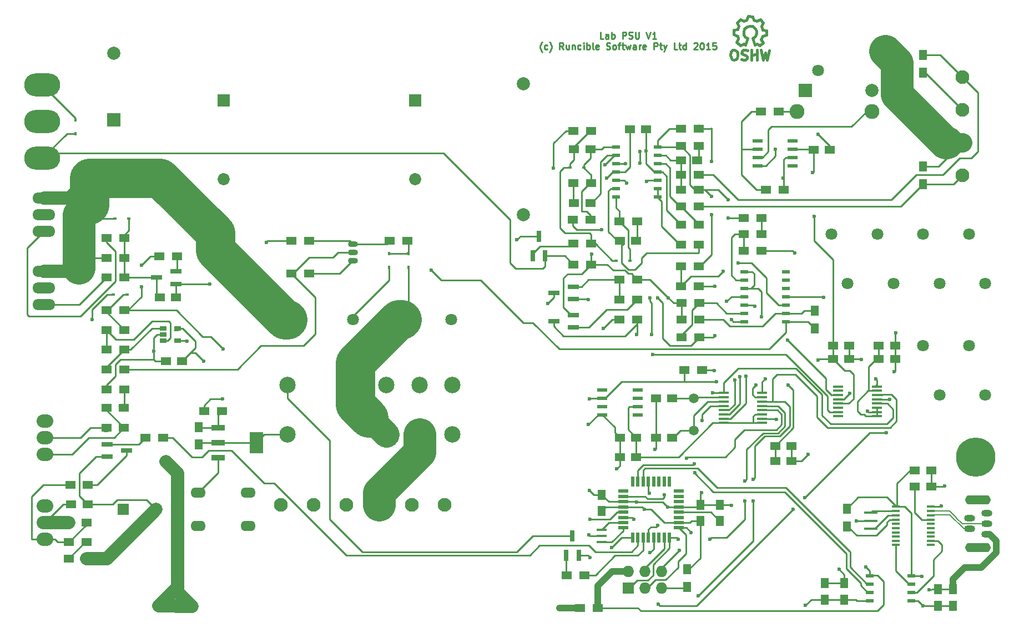
<source format=gtl>
G04 #@! TF.FileFunction,Copper,L1,Top,Signal*
%FSLAX46Y46*%
G04 Gerber Fmt 4.6, Leading zero omitted, Abs format (unit mm)*
G04 Created by KiCad (PCBNEW 4.0.0-rc1-stable) date 4/11/2015 1:36:56 PM*
%MOMM*%
G01*
G04 APERTURE LIST*
%ADD10C,0.100000*%
%ADD11C,0.250000*%
%ADD12C,0.381000*%
%ADD13R,1.500000X1.250000*%
%ADD14R,1.250000X1.500000*%
%ADD15C,1.700000*%
%ADD16R,1.700000X1.700000*%
%ADD17R,1.727200X1.727200*%
%ADD18O,1.727200X1.727200*%
%ADD19R,0.590000X0.450000*%
%ADD20C,1.998980*%
%ADD21R,1.998980X1.998980*%
%ADD22R,0.450000X0.590000*%
%ADD23O,2.300000X1.600000*%
%ADD24C,1.800000*%
%ADD25R,1.600000X0.550000*%
%ADD26R,0.550000X1.600000*%
%ADD27C,2.500000*%
%ADD28R,1.500000X1.300000*%
%ADD29C,2.100000*%
%ADD30R,0.800100X1.800860*%
%ADD31O,5.501640X3.500120*%
%ADD32R,1.800860X0.800100*%
%ADD33O,3.500120X1.699260*%
%ADD34R,1.300000X1.500000*%
%ADD35C,2.286000*%
%ADD36R,1.143000X0.508000*%
%ADD37R,1.500000X0.450000*%
%ADD38R,1.550000X0.600000*%
%ADD39R,1.270000X0.406400*%
%ADD40O,2.540000X2.032000*%
%ADD41R,2.150000X3.250000*%
%ADD42R,2.150000X0.950000*%
%ADD43O,1.501140X0.899160*%
%ADD44R,1.060000X0.650000*%
%ADD45R,1.600000X0.300000*%
%ADD46R,2.000000X0.400000*%
%ADD47C,1.501140*%
%ADD48C,5.999480*%
%ADD49C,1.850000*%
%ADD50R,1.850000X1.850000*%
%ADD51O,3.910000X1.400000*%
%ADD52O,1.700000X1.000000*%
%ADD53R,1.800000X1.800000*%
%ADD54C,0.600000*%
%ADD55C,1.000000*%
%ADD56C,2.000000*%
%ADD57C,5.000000*%
%ADD58C,6.000000*%
%ADD59C,4.000000*%
%ADD60C,3.000000*%
%ADD61C,0.152400*%
%ADD62C,0.200000*%
G04 APERTURE END LIST*
D10*
D11*
X111238095Y-53127381D02*
X110761904Y-53127381D01*
X110761904Y-52127381D01*
X112000000Y-53127381D02*
X112000000Y-52603571D01*
X111952381Y-52508333D01*
X111857143Y-52460714D01*
X111666666Y-52460714D01*
X111571428Y-52508333D01*
X112000000Y-53079762D02*
X111904762Y-53127381D01*
X111666666Y-53127381D01*
X111571428Y-53079762D01*
X111523809Y-52984524D01*
X111523809Y-52889286D01*
X111571428Y-52794048D01*
X111666666Y-52746429D01*
X111904762Y-52746429D01*
X112000000Y-52698810D01*
X112476190Y-53127381D02*
X112476190Y-52127381D01*
X112476190Y-52508333D02*
X112571428Y-52460714D01*
X112761905Y-52460714D01*
X112857143Y-52508333D01*
X112904762Y-52555952D01*
X112952381Y-52651190D01*
X112952381Y-52936905D01*
X112904762Y-53032143D01*
X112857143Y-53079762D01*
X112761905Y-53127381D01*
X112571428Y-53127381D01*
X112476190Y-53079762D01*
X114142857Y-53127381D02*
X114142857Y-52127381D01*
X114523810Y-52127381D01*
X114619048Y-52175000D01*
X114666667Y-52222619D01*
X114714286Y-52317857D01*
X114714286Y-52460714D01*
X114666667Y-52555952D01*
X114619048Y-52603571D01*
X114523810Y-52651190D01*
X114142857Y-52651190D01*
X115095238Y-53079762D02*
X115238095Y-53127381D01*
X115476191Y-53127381D01*
X115571429Y-53079762D01*
X115619048Y-53032143D01*
X115666667Y-52936905D01*
X115666667Y-52841667D01*
X115619048Y-52746429D01*
X115571429Y-52698810D01*
X115476191Y-52651190D01*
X115285714Y-52603571D01*
X115190476Y-52555952D01*
X115142857Y-52508333D01*
X115095238Y-52413095D01*
X115095238Y-52317857D01*
X115142857Y-52222619D01*
X115190476Y-52175000D01*
X115285714Y-52127381D01*
X115523810Y-52127381D01*
X115666667Y-52175000D01*
X116095238Y-52127381D02*
X116095238Y-52936905D01*
X116142857Y-53032143D01*
X116190476Y-53079762D01*
X116285714Y-53127381D01*
X116476191Y-53127381D01*
X116571429Y-53079762D01*
X116619048Y-53032143D01*
X116666667Y-52936905D01*
X116666667Y-52127381D01*
X117761905Y-52127381D02*
X118095238Y-53127381D01*
X118428572Y-52127381D01*
X119285715Y-53127381D02*
X118714286Y-53127381D01*
X119000000Y-53127381D02*
X119000000Y-52127381D01*
X118904762Y-52270238D01*
X118809524Y-52365476D01*
X118714286Y-52413095D01*
X101880950Y-55158333D02*
X101833330Y-55110714D01*
X101738092Y-54967857D01*
X101690473Y-54872619D01*
X101642854Y-54729762D01*
X101595235Y-54491667D01*
X101595235Y-54301190D01*
X101642854Y-54063095D01*
X101690473Y-53920238D01*
X101738092Y-53825000D01*
X101833330Y-53682143D01*
X101880950Y-53634524D01*
X102690474Y-54729762D02*
X102595236Y-54777381D01*
X102404759Y-54777381D01*
X102309521Y-54729762D01*
X102261902Y-54682143D01*
X102214283Y-54586905D01*
X102214283Y-54301190D01*
X102261902Y-54205952D01*
X102309521Y-54158333D01*
X102404759Y-54110714D01*
X102595236Y-54110714D01*
X102690474Y-54158333D01*
X103023807Y-55158333D02*
X103071426Y-55110714D01*
X103166664Y-54967857D01*
X103214283Y-54872619D01*
X103261902Y-54729762D01*
X103309521Y-54491667D01*
X103309521Y-54301190D01*
X103261902Y-54063095D01*
X103214283Y-53920238D01*
X103166664Y-53825000D01*
X103071426Y-53682143D01*
X103023807Y-53634524D01*
X105119046Y-54777381D02*
X104785712Y-54301190D01*
X104547617Y-54777381D02*
X104547617Y-53777381D01*
X104928570Y-53777381D01*
X105023808Y-53825000D01*
X105071427Y-53872619D01*
X105119046Y-53967857D01*
X105119046Y-54110714D01*
X105071427Y-54205952D01*
X105023808Y-54253571D01*
X104928570Y-54301190D01*
X104547617Y-54301190D01*
X105976189Y-54110714D02*
X105976189Y-54777381D01*
X105547617Y-54110714D02*
X105547617Y-54634524D01*
X105595236Y-54729762D01*
X105690474Y-54777381D01*
X105833332Y-54777381D01*
X105928570Y-54729762D01*
X105976189Y-54682143D01*
X106452379Y-54110714D02*
X106452379Y-54777381D01*
X106452379Y-54205952D02*
X106499998Y-54158333D01*
X106595236Y-54110714D01*
X106738094Y-54110714D01*
X106833332Y-54158333D01*
X106880951Y-54253571D01*
X106880951Y-54777381D01*
X107785713Y-54729762D02*
X107690475Y-54777381D01*
X107499998Y-54777381D01*
X107404760Y-54729762D01*
X107357141Y-54682143D01*
X107309522Y-54586905D01*
X107309522Y-54301190D01*
X107357141Y-54205952D01*
X107404760Y-54158333D01*
X107499998Y-54110714D01*
X107690475Y-54110714D01*
X107785713Y-54158333D01*
X108214284Y-54777381D02*
X108214284Y-54110714D01*
X108214284Y-53777381D02*
X108166665Y-53825000D01*
X108214284Y-53872619D01*
X108261903Y-53825000D01*
X108214284Y-53777381D01*
X108214284Y-53872619D01*
X108690474Y-54777381D02*
X108690474Y-53777381D01*
X108690474Y-54158333D02*
X108785712Y-54110714D01*
X108976189Y-54110714D01*
X109071427Y-54158333D01*
X109119046Y-54205952D01*
X109166665Y-54301190D01*
X109166665Y-54586905D01*
X109119046Y-54682143D01*
X109071427Y-54729762D01*
X108976189Y-54777381D01*
X108785712Y-54777381D01*
X108690474Y-54729762D01*
X109738093Y-54777381D02*
X109642855Y-54729762D01*
X109595236Y-54634524D01*
X109595236Y-53777381D01*
X110499999Y-54729762D02*
X110404761Y-54777381D01*
X110214284Y-54777381D01*
X110119046Y-54729762D01*
X110071427Y-54634524D01*
X110071427Y-54253571D01*
X110119046Y-54158333D01*
X110214284Y-54110714D01*
X110404761Y-54110714D01*
X110499999Y-54158333D01*
X110547618Y-54253571D01*
X110547618Y-54348810D01*
X110071427Y-54444048D01*
X111690475Y-54729762D02*
X111833332Y-54777381D01*
X112071428Y-54777381D01*
X112166666Y-54729762D01*
X112214285Y-54682143D01*
X112261904Y-54586905D01*
X112261904Y-54491667D01*
X112214285Y-54396429D01*
X112166666Y-54348810D01*
X112071428Y-54301190D01*
X111880951Y-54253571D01*
X111785713Y-54205952D01*
X111738094Y-54158333D01*
X111690475Y-54063095D01*
X111690475Y-53967857D01*
X111738094Y-53872619D01*
X111785713Y-53825000D01*
X111880951Y-53777381D01*
X112119047Y-53777381D01*
X112261904Y-53825000D01*
X112833332Y-54777381D02*
X112738094Y-54729762D01*
X112690475Y-54682143D01*
X112642856Y-54586905D01*
X112642856Y-54301190D01*
X112690475Y-54205952D01*
X112738094Y-54158333D01*
X112833332Y-54110714D01*
X112976190Y-54110714D01*
X113071428Y-54158333D01*
X113119047Y-54205952D01*
X113166666Y-54301190D01*
X113166666Y-54586905D01*
X113119047Y-54682143D01*
X113071428Y-54729762D01*
X112976190Y-54777381D01*
X112833332Y-54777381D01*
X113452380Y-54110714D02*
X113833332Y-54110714D01*
X113595237Y-54777381D02*
X113595237Y-53920238D01*
X113642856Y-53825000D01*
X113738094Y-53777381D01*
X113833332Y-53777381D01*
X114023809Y-54110714D02*
X114404761Y-54110714D01*
X114166666Y-53777381D02*
X114166666Y-54634524D01*
X114214285Y-54729762D01*
X114309523Y-54777381D01*
X114404761Y-54777381D01*
X114642857Y-54110714D02*
X114833333Y-54777381D01*
X115023810Y-54301190D01*
X115214286Y-54777381D01*
X115404762Y-54110714D01*
X116214286Y-54777381D02*
X116214286Y-54253571D01*
X116166667Y-54158333D01*
X116071429Y-54110714D01*
X115880952Y-54110714D01*
X115785714Y-54158333D01*
X116214286Y-54729762D02*
X116119048Y-54777381D01*
X115880952Y-54777381D01*
X115785714Y-54729762D01*
X115738095Y-54634524D01*
X115738095Y-54539286D01*
X115785714Y-54444048D01*
X115880952Y-54396429D01*
X116119048Y-54396429D01*
X116214286Y-54348810D01*
X116690476Y-54777381D02*
X116690476Y-54110714D01*
X116690476Y-54301190D02*
X116738095Y-54205952D01*
X116785714Y-54158333D01*
X116880952Y-54110714D01*
X116976191Y-54110714D01*
X117690477Y-54729762D02*
X117595239Y-54777381D01*
X117404762Y-54777381D01*
X117309524Y-54729762D01*
X117261905Y-54634524D01*
X117261905Y-54253571D01*
X117309524Y-54158333D01*
X117404762Y-54110714D01*
X117595239Y-54110714D01*
X117690477Y-54158333D01*
X117738096Y-54253571D01*
X117738096Y-54348810D01*
X117261905Y-54444048D01*
X118928572Y-54777381D02*
X118928572Y-53777381D01*
X119309525Y-53777381D01*
X119404763Y-53825000D01*
X119452382Y-53872619D01*
X119500001Y-53967857D01*
X119500001Y-54110714D01*
X119452382Y-54205952D01*
X119404763Y-54253571D01*
X119309525Y-54301190D01*
X118928572Y-54301190D01*
X119785715Y-54110714D02*
X120166667Y-54110714D01*
X119928572Y-53777381D02*
X119928572Y-54634524D01*
X119976191Y-54729762D01*
X120071429Y-54777381D01*
X120166667Y-54777381D01*
X120404763Y-54110714D02*
X120642858Y-54777381D01*
X120880954Y-54110714D02*
X120642858Y-54777381D01*
X120547620Y-55015476D01*
X120500001Y-55063095D01*
X120404763Y-55110714D01*
X122500002Y-54777381D02*
X122023811Y-54777381D01*
X122023811Y-53777381D01*
X122690478Y-54110714D02*
X123071430Y-54110714D01*
X122833335Y-53777381D02*
X122833335Y-54634524D01*
X122880954Y-54729762D01*
X122976192Y-54777381D01*
X123071430Y-54777381D01*
X123833336Y-54777381D02*
X123833336Y-53777381D01*
X123833336Y-54729762D02*
X123738098Y-54777381D01*
X123547621Y-54777381D01*
X123452383Y-54729762D01*
X123404764Y-54682143D01*
X123357145Y-54586905D01*
X123357145Y-54301190D01*
X123404764Y-54205952D01*
X123452383Y-54158333D01*
X123547621Y-54110714D01*
X123738098Y-54110714D01*
X123833336Y-54158333D01*
X125023812Y-53872619D02*
X125071431Y-53825000D01*
X125166669Y-53777381D01*
X125404765Y-53777381D01*
X125500003Y-53825000D01*
X125547622Y-53872619D01*
X125595241Y-53967857D01*
X125595241Y-54063095D01*
X125547622Y-54205952D01*
X124976193Y-54777381D01*
X125595241Y-54777381D01*
X126214288Y-53777381D02*
X126309527Y-53777381D01*
X126404765Y-53825000D01*
X126452384Y-53872619D01*
X126500003Y-53967857D01*
X126547622Y-54158333D01*
X126547622Y-54396429D01*
X126500003Y-54586905D01*
X126452384Y-54682143D01*
X126404765Y-54729762D01*
X126309527Y-54777381D01*
X126214288Y-54777381D01*
X126119050Y-54729762D01*
X126071431Y-54682143D01*
X126023812Y-54586905D01*
X125976193Y-54396429D01*
X125976193Y-54158333D01*
X126023812Y-53967857D01*
X126071431Y-53872619D01*
X126119050Y-53825000D01*
X126214288Y-53777381D01*
X127500003Y-54777381D02*
X126928574Y-54777381D01*
X127214288Y-54777381D02*
X127214288Y-53777381D01*
X127119050Y-53920238D01*
X127023812Y-54015476D01*
X126928574Y-54063095D01*
X128404765Y-53777381D02*
X127928574Y-53777381D01*
X127880955Y-54253571D01*
X127928574Y-54205952D01*
X128023812Y-54158333D01*
X128261908Y-54158333D01*
X128357146Y-54205952D01*
X128404765Y-54253571D01*
X128452384Y-54348810D01*
X128452384Y-54586905D01*
X128404765Y-54682143D01*
X128357146Y-54729762D01*
X128261908Y-54777381D01*
X128023812Y-54777381D01*
X127928574Y-54729762D01*
X127880955Y-54682143D01*
D12*
X135268780Y-54889860D02*
X135629460Y-56360520D01*
X135629460Y-56360520D02*
X135908860Y-55298800D01*
X135908860Y-55298800D02*
X136218740Y-56370680D01*
X136218740Y-56370680D02*
X136559100Y-54920340D01*
X133848920Y-55580740D02*
X134638860Y-55570580D01*
X134638860Y-55570580D02*
X134649020Y-55580740D01*
X134649020Y-55580740D02*
X134649020Y-55570580D01*
X134689660Y-54859380D02*
X134689660Y-56401160D01*
X133800660Y-54849220D02*
X133800660Y-56418940D01*
X133800660Y-56418940D02*
X133810820Y-56408780D01*
X133249480Y-54950820D02*
X132898960Y-54869540D01*
X132898960Y-54869540D02*
X132578920Y-54859380D01*
X132578920Y-54859380D02*
X132340160Y-55060040D01*
X132340160Y-55060040D02*
X132309680Y-55329280D01*
X132309680Y-55329280D02*
X132550980Y-55570580D01*
X132550980Y-55570580D02*
X132939600Y-55700120D01*
X132939600Y-55700120D02*
X133119940Y-55860140D01*
X133119940Y-55860140D02*
X133160580Y-56159860D01*
X133160580Y-56159860D02*
X132929440Y-56380840D01*
X132929440Y-56380840D02*
X132609400Y-56408780D01*
X132609400Y-56408780D02*
X132258880Y-56299560D01*
X131220020Y-54849220D02*
X130971100Y-54869540D01*
X130971100Y-54869540D02*
X130729800Y-55110840D01*
X130729800Y-55110840D02*
X130640900Y-55601060D01*
X130640900Y-55601060D02*
X130668840Y-55949040D01*
X130668840Y-55949040D02*
X130869500Y-56269080D01*
X130869500Y-56269080D02*
X131120960Y-56391000D01*
X131120960Y-56391000D02*
X131430840Y-56319880D01*
X131430840Y-56319880D02*
X131649280Y-56139540D01*
X131649280Y-56139540D02*
X131720400Y-55679800D01*
X131720400Y-55679800D02*
X131669600Y-55270860D01*
X131669600Y-55270860D02*
X131560380Y-54988920D01*
X131560380Y-54988920D02*
X131199700Y-54859380D01*
X131819460Y-53129640D02*
X131560380Y-53690980D01*
X131560380Y-53690980D02*
X132098860Y-54209140D01*
X132098860Y-54209140D02*
X132619560Y-53939900D01*
X132619560Y-53939900D02*
X132898960Y-54099920D01*
X134339140Y-54079600D02*
X134669340Y-53889100D01*
X134669340Y-53889100D02*
X135108760Y-54219300D01*
X135108760Y-54219300D02*
X135581200Y-53729080D01*
X135581200Y-53729080D02*
X135299260Y-53249020D01*
X135299260Y-53249020D02*
X135489760Y-52779120D01*
X135489760Y-52779120D02*
X136099360Y-52591160D01*
X136099360Y-52591160D02*
X136099360Y-51910440D01*
X136099360Y-51910440D02*
X135540560Y-51770740D01*
X135540560Y-51770740D02*
X135339900Y-51199240D01*
X135339900Y-51199240D02*
X135609140Y-50729340D01*
X135609140Y-50729340D02*
X135139240Y-50218800D01*
X135139240Y-50218800D02*
X134621080Y-50480420D01*
X134621080Y-50480420D02*
X134151180Y-50279760D01*
X134151180Y-50279760D02*
X133981000Y-49738740D01*
X133981000Y-49738740D02*
X133290120Y-49720960D01*
X133290120Y-49720960D02*
X133079300Y-50269600D01*
X133079300Y-50269600D02*
X132660200Y-50439780D01*
X132660200Y-50439780D02*
X132109020Y-50170540D01*
X132109020Y-50170540D02*
X131590860Y-50698860D01*
X131590860Y-50698860D02*
X131839780Y-51239880D01*
X131839780Y-51239880D02*
X131669600Y-51719940D01*
X131669600Y-51719940D02*
X131120960Y-51819000D01*
X131120960Y-51819000D02*
X131110800Y-52520040D01*
X131110800Y-52520040D02*
X131669600Y-52720700D01*
X131669600Y-52720700D02*
X131809300Y-53119480D01*
X133950520Y-53099160D02*
X134250240Y-52949300D01*
X134250240Y-52949300D02*
X134450900Y-52751180D01*
X134450900Y-52751180D02*
X134600760Y-52349860D01*
X134600760Y-52349860D02*
X134600760Y-51951080D01*
X134600760Y-51951080D02*
X134450900Y-51600560D01*
X134450900Y-51600560D02*
X133998780Y-51250040D01*
X133998780Y-51250040D02*
X133549200Y-51199240D01*
X133549200Y-51199240D02*
X133150420Y-51300840D01*
X133150420Y-51300840D02*
X132749100Y-51648820D01*
X132749100Y-51648820D02*
X132599240Y-52100940D01*
X132599240Y-52100940D02*
X132650040Y-52598780D01*
X132650040Y-52598780D02*
X132898960Y-52901040D01*
X132898960Y-52901040D02*
X133249480Y-53099160D01*
X133249480Y-53099160D02*
X132898960Y-54099920D01*
X133950520Y-53099160D02*
X134349300Y-54099920D01*
D13*
X137434000Y-117602000D03*
X139934000Y-117602000D03*
X137434000Y-115316000D03*
X139934000Y-115316000D03*
D14*
X126000000Y-126750000D03*
X126000000Y-124250000D03*
X111000000Y-125250000D03*
X111000000Y-122750000D03*
D13*
X116250000Y-114000000D03*
X113750000Y-114000000D03*
X116250000Y-117000000D03*
X113750000Y-117000000D03*
X153250000Y-102000000D03*
X155750000Y-102000000D03*
X153250000Y-100000000D03*
X155750000Y-100000000D03*
X146250000Y-100000000D03*
X148750000Y-100000000D03*
X146250000Y-102000000D03*
X148750000Y-102000000D03*
D14*
X145000000Y-136250000D03*
X145000000Y-138750000D03*
X148000000Y-136250000D03*
X148000000Y-138750000D03*
X162306000Y-137180000D03*
X162306000Y-139680000D03*
X164592000Y-137180000D03*
X164592000Y-139680000D03*
D13*
X158750000Y-119000000D03*
X161250000Y-119000000D03*
X158750000Y-121500000D03*
X161250000Y-121500000D03*
X115250000Y-67000000D03*
X117750000Y-67000000D03*
X143276000Y-70104000D03*
X145776000Y-70104000D03*
X109250000Y-70000000D03*
X106750000Y-70000000D03*
X123050000Y-71700000D03*
X125550000Y-71700000D03*
X109250000Y-78200000D03*
X106750000Y-78200000D03*
X113750000Y-84000000D03*
X116250000Y-84000000D03*
X30050000Y-124200000D03*
X32550000Y-124200000D03*
D15*
X43000000Y-125000000D03*
D16*
X38000000Y-125000000D03*
D13*
X43550000Y-92600000D03*
X46050000Y-92600000D03*
D14*
X129000000Y-126750000D03*
X129000000Y-124250000D03*
D13*
X121750000Y-108000000D03*
X119250000Y-108000000D03*
X121750000Y-114000000D03*
X119250000Y-114000000D03*
D17*
X115000000Y-137000000D03*
D18*
X115000000Y-134460000D03*
X117540000Y-137000000D03*
X117540000Y-134460000D03*
X120080000Y-137000000D03*
X120080000Y-134460000D03*
D19*
X108255000Y-72800000D03*
X106145000Y-72800000D03*
X115255000Y-87000000D03*
X113145000Y-87000000D03*
D20*
X36497460Y-55340000D03*
D21*
X36497460Y-65500000D03*
D22*
X30734000Y-67603000D03*
X30734000Y-65493000D03*
D20*
X152160000Y-61067460D03*
D21*
X142000000Y-61067460D03*
D23*
X57000000Y-127500000D03*
X57000000Y-122460000D03*
X49380000Y-122460000D03*
X49380000Y-127500000D03*
D22*
X78500000Y-85945000D03*
X78500000Y-88055000D03*
D19*
X36745000Y-80600000D03*
X38855000Y-80600000D03*
X36445000Y-92200000D03*
X38555000Y-92200000D03*
D22*
X81500000Y-85945000D03*
X81500000Y-88055000D03*
D24*
X144000000Y-58000000D03*
X154200000Y-55000000D03*
D25*
X114250000Y-122200000D03*
X114250000Y-123000000D03*
X114250000Y-123800000D03*
X114250000Y-124600000D03*
X114250000Y-125400000D03*
X114250000Y-126200000D03*
X114250000Y-127000000D03*
X114250000Y-127800000D03*
D26*
X115700000Y-129250000D03*
X116500000Y-129250000D03*
X117300000Y-129250000D03*
X118100000Y-129250000D03*
X118900000Y-129250000D03*
X119700000Y-129250000D03*
X120500000Y-129250000D03*
X121300000Y-129250000D03*
D25*
X122750000Y-127800000D03*
X122750000Y-127000000D03*
X122750000Y-126200000D03*
X122750000Y-125400000D03*
X122750000Y-124600000D03*
X122750000Y-123800000D03*
X122750000Y-123000000D03*
X122750000Y-122200000D03*
D26*
X121300000Y-120750000D03*
X120500000Y-120750000D03*
X119700000Y-120750000D03*
X118900000Y-120750000D03*
X118100000Y-120750000D03*
X117300000Y-120750000D03*
X116500000Y-120750000D03*
X115700000Y-120750000D03*
D27*
X63000000Y-106000000D03*
X83160000Y-106000000D03*
X78120000Y-106000000D03*
X88200000Y-106000000D03*
X63000000Y-113560000D03*
X78120000Y-113560000D03*
X83160000Y-113560000D03*
X88200000Y-113560000D03*
D28*
X107650000Y-140000000D03*
X110350000Y-140000000D03*
D29*
X166000000Y-74000000D03*
X166000000Y-69000000D03*
X166000000Y-64000000D03*
X166000000Y-59000000D03*
X62007500Y-124317500D03*
X67007500Y-124317500D03*
X72007500Y-124317500D03*
X77007500Y-124317500D03*
X82007500Y-124317500D03*
X87007500Y-124317500D03*
D30*
X100450000Y-86301140D03*
X102350000Y-86301140D03*
X101400000Y-83298860D03*
D31*
X25654000Y-65786000D03*
X25654000Y-71374000D03*
X25654000Y-60198000D03*
D32*
X35498860Y-115050000D03*
X35498860Y-116950000D03*
X38501140Y-116000000D03*
D30*
X105550000Y-132001140D03*
X107450000Y-132001140D03*
X106500000Y-128998860D03*
D33*
X25908000Y-80010000D03*
X25908000Y-82550000D03*
X25908000Y-77470000D03*
X25908000Y-91186000D03*
X25908000Y-93726000D03*
X25908000Y-88646000D03*
D32*
X46051140Y-90550000D03*
X46051140Y-88650000D03*
X43048860Y-89600000D03*
D28*
X132650000Y-80500000D03*
X135350000Y-80500000D03*
X126250000Y-103750000D03*
X123550000Y-103750000D03*
X135350000Y-83000000D03*
X132650000Y-83000000D03*
X132650000Y-85500000D03*
X135350000Y-85500000D03*
D34*
X124000000Y-134150000D03*
X124000000Y-136850000D03*
D28*
X125850000Y-98750000D03*
X123150000Y-98750000D03*
X125850000Y-93500000D03*
X123150000Y-93500000D03*
D34*
X148350000Y-124850000D03*
X148350000Y-127550000D03*
D28*
X123110000Y-81534000D03*
X125810000Y-81534000D03*
X106650000Y-67200000D03*
X109350000Y-67200000D03*
X109350000Y-84400000D03*
X106650000Y-84400000D03*
X125810000Y-78740000D03*
X123110000Y-78740000D03*
X123050000Y-66900000D03*
X125750000Y-66900000D03*
X125750000Y-73900000D03*
X123050000Y-73900000D03*
X106650000Y-87600000D03*
X109350000Y-87600000D03*
D34*
X160000000Y-75350000D03*
X160000000Y-72650000D03*
D28*
X125750000Y-69500000D03*
X123050000Y-69500000D03*
X106650000Y-75200000D03*
X109350000Y-75200000D03*
X123110000Y-76200000D03*
X125810000Y-76200000D03*
D34*
X160000000Y-55650000D03*
X160000000Y-58350000D03*
D28*
X123110000Y-84582000D03*
X125810000Y-84582000D03*
X116350000Y-81000000D03*
X113650000Y-81000000D03*
X135302000Y-64262000D03*
X138002000Y-64262000D03*
X138764000Y-76200000D03*
X136064000Y-76200000D03*
D35*
X152215000Y-64250000D03*
X140785000Y-64250000D03*
D28*
X29650000Y-127000000D03*
X32350000Y-127000000D03*
X29650000Y-130000000D03*
X32350000Y-130000000D03*
X29900000Y-121250000D03*
X32600000Y-121250000D03*
X29650000Y-132500000D03*
X32350000Y-132500000D03*
X44100000Y-114000000D03*
X41400000Y-114000000D03*
D34*
X49500000Y-115100000D03*
X49500000Y-112400000D03*
D28*
X53039000Y-109982000D03*
X50339000Y-109982000D03*
X35400000Y-112500000D03*
X38100000Y-112500000D03*
X35400000Y-109500000D03*
X38100000Y-109500000D03*
X38180000Y-106680000D03*
X35480000Y-106680000D03*
X108350000Y-135000000D03*
X105650000Y-135000000D03*
X35450000Y-86600000D03*
X38150000Y-86600000D03*
X35450000Y-89600000D03*
X38150000Y-89600000D03*
X35450000Y-83600000D03*
X38150000Y-83600000D03*
X38180000Y-100584000D03*
X35480000Y-100584000D03*
X81350000Y-84000000D03*
X78650000Y-84000000D03*
X63650000Y-84000000D03*
X66350000Y-84000000D03*
X123110000Y-87884000D03*
X125810000Y-87884000D03*
X35450000Y-97600000D03*
X38150000Y-97600000D03*
X123110000Y-90932000D03*
X125810000Y-90932000D03*
X38150000Y-103600000D03*
X35450000Y-103600000D03*
X35450000Y-94600000D03*
X38150000Y-94600000D03*
X46150000Y-86350000D03*
X43450000Y-86350000D03*
D34*
X143500000Y-97350000D03*
X143500000Y-94650000D03*
D28*
X125850000Y-96000000D03*
X123150000Y-96000000D03*
X63650000Y-89000000D03*
X66350000Y-89000000D03*
D36*
X113198000Y-69690000D03*
X113198000Y-70960000D03*
X113198000Y-72230000D03*
X113198000Y-73500000D03*
X113198000Y-74770000D03*
X113198000Y-76040000D03*
X113198000Y-77310000D03*
X119548000Y-77310000D03*
X119548000Y-76040000D03*
X119548000Y-73500000D03*
X119548000Y-72230000D03*
X119548000Y-70960000D03*
X119548000Y-69690000D03*
X119548000Y-74770000D03*
D37*
X129550000Y-107225000D03*
X129550000Y-107875000D03*
X129550000Y-108525000D03*
X129550000Y-109175000D03*
X129550000Y-109825000D03*
X129550000Y-110475000D03*
X129550000Y-111125000D03*
X129550000Y-111775000D03*
X135450000Y-111775000D03*
X135450000Y-111125000D03*
X135450000Y-110475000D03*
X135450000Y-109825000D03*
X135450000Y-109175000D03*
X135450000Y-108525000D03*
X135450000Y-107875000D03*
X135450000Y-107225000D03*
D38*
X111084000Y-106727000D03*
X111084000Y-107997000D03*
X111084000Y-109267000D03*
X111084000Y-110537000D03*
X116484000Y-110537000D03*
X116484000Y-109267000D03*
X116484000Y-107997000D03*
X116484000Y-106727000D03*
D37*
X147050000Y-106225000D03*
X147050000Y-106875000D03*
X147050000Y-107525000D03*
X147050000Y-108175000D03*
X147050000Y-108825000D03*
X147050000Y-109475000D03*
X147050000Y-110125000D03*
X147050000Y-110775000D03*
X152950000Y-110775000D03*
X152950000Y-110125000D03*
X152950000Y-109475000D03*
X152950000Y-108825000D03*
X152950000Y-108175000D03*
X152950000Y-107525000D03*
X152950000Y-106875000D03*
X152950000Y-106225000D03*
D36*
X158175000Y-135095000D03*
X158175000Y-136365000D03*
X158175000Y-137635000D03*
X158175000Y-138905000D03*
X151825000Y-138905000D03*
X151825000Y-137635000D03*
X151825000Y-136365000D03*
X151825000Y-135095000D03*
D39*
X155833000Y-124579000D03*
X155833000Y-125214000D03*
X155833000Y-125874400D03*
X155833000Y-126534800D03*
X155833000Y-127169800D03*
X155833000Y-127830200D03*
X155833000Y-128490600D03*
X155833000Y-129125600D03*
X155833000Y-129786000D03*
X155833000Y-130421000D03*
X161167000Y-130421000D03*
X161167000Y-129786000D03*
X161167000Y-129125600D03*
X161167000Y-128490600D03*
X161167000Y-127830200D03*
X161167000Y-127169800D03*
X161167000Y-126534800D03*
X161167000Y-125874400D03*
X161167000Y-125214000D03*
X161167000Y-124579000D03*
D36*
X132698000Y-88690000D03*
X132698000Y-89960000D03*
X132698000Y-91230000D03*
X132698000Y-92500000D03*
X132698000Y-93770000D03*
X132698000Y-95040000D03*
X132698000Y-96310000D03*
X139048000Y-96310000D03*
X139048000Y-95040000D03*
X139048000Y-92500000D03*
X139048000Y-91230000D03*
X139048000Y-89960000D03*
X139048000Y-88690000D03*
X139048000Y-93770000D03*
D38*
X134714000Y-68707000D03*
X134714000Y-69977000D03*
X134714000Y-71247000D03*
X134714000Y-72517000D03*
X140114000Y-72517000D03*
X140114000Y-71247000D03*
X140114000Y-69977000D03*
X140114000Y-68707000D03*
D40*
X26000000Y-127000000D03*
X26000000Y-124460000D03*
X26000000Y-129540000D03*
D41*
X58272000Y-114808000D03*
D42*
X52472000Y-112508000D03*
X52472000Y-114808000D03*
X52472000Y-117108000D03*
D43*
X73000000Y-85730000D03*
X73000000Y-84460000D03*
X73000000Y-87000000D03*
D44*
X44112000Y-97348000D03*
X44112000Y-98298000D03*
X44112000Y-99248000D03*
X46312000Y-99248000D03*
X46312000Y-97348000D03*
D24*
X167000000Y-83000000D03*
X169500000Y-90500000D03*
X160000000Y-83000000D03*
X162500000Y-90500000D03*
X153000000Y-83000000D03*
X155500000Y-90500000D03*
X146000000Y-83000000D03*
X148500000Y-90500000D03*
X160000000Y-100000000D03*
X162500000Y-107500000D03*
X167000000Y-100000000D03*
X169500000Y-107500000D03*
D45*
X111000000Y-130000000D03*
X111000000Y-129050000D03*
X111000000Y-128100000D03*
D46*
X152000000Y-125500000D03*
X152000000Y-126700000D03*
X152000000Y-127900000D03*
D47*
X125000000Y-108059060D03*
X125000000Y-112940940D03*
D48*
X168000000Y-117000000D03*
D32*
X106657140Y-92898000D03*
X106657140Y-90998000D03*
X103654860Y-91948000D03*
X106657140Y-97216000D03*
X106657140Y-95316000D03*
X103654860Y-96266000D03*
D28*
X106600000Y-80772000D03*
X109300000Y-80772000D03*
X113712000Y-96012000D03*
X116412000Y-96012000D03*
X116412000Y-92964000D03*
X113712000Y-92964000D03*
X113712000Y-89916000D03*
X116412000Y-89916000D03*
D49*
X53340000Y-74580000D03*
D50*
X53340000Y-62580000D03*
D49*
X82550000Y-74580000D03*
D50*
X82550000Y-62580000D03*
D40*
X26000000Y-114000000D03*
X26000000Y-111460000D03*
X26000000Y-116540000D03*
D20*
X99000000Y-60000000D03*
X99000000Y-80000000D03*
D51*
X168402000Y-130810000D03*
X168402000Y-123510000D03*
D52*
X169702000Y-127160000D03*
X169702000Y-125560000D03*
X169702000Y-128760000D03*
X167102000Y-127960000D03*
X167102000Y-126360000D03*
D13*
X46970000Y-102362000D03*
X44470000Y-102362000D03*
D53*
X62992000Y-96012000D03*
D24*
X72992000Y-96012000D03*
X80492000Y-96012000D03*
X87992000Y-96012000D03*
D54*
X115850000Y-126450000D03*
X151500000Y-110000000D03*
X151250000Y-133800000D03*
X147200000Y-134150000D03*
X117500000Y-125000000D03*
X142494000Y-116586000D03*
X108966000Y-112014000D03*
X116275000Y-123850000D03*
X121050000Y-124650000D03*
X42672000Y-100838000D03*
X53250000Y-100500000D03*
X121158000Y-92710000D03*
X116840000Y-72136000D03*
X116840000Y-70358000D03*
X140462000Y-85852000D03*
X126238000Y-122428000D03*
X119126000Y-115824000D03*
X109220000Y-132334000D03*
X109220000Y-126492000D03*
X137668000Y-111252000D03*
X150622000Y-102108000D03*
X130775000Y-124350000D03*
X109025000Y-128850000D03*
X109075000Y-122050000D03*
X113275000Y-118825000D03*
X122775000Y-131225000D03*
X142075000Y-139650000D03*
X152775000Y-105050000D03*
X148775000Y-107300000D03*
X135900000Y-105075000D03*
X155600000Y-104000000D03*
X144800000Y-92600000D03*
X155800000Y-98000000D03*
X109400000Y-86000000D03*
X144000000Y-67750000D03*
X137500000Y-70000000D03*
X117750000Y-70250000D03*
X40750000Y-87750000D03*
X40750000Y-91000000D03*
X53136800Y-108153200D03*
X45974000Y-139700000D03*
X43434000Y-139700000D03*
X139446000Y-106000000D03*
X144000000Y-102200000D03*
X134500000Y-106000000D03*
X128500000Y-105500000D03*
X143150000Y-73600000D03*
X143350000Y-80300000D03*
X111250000Y-97350000D03*
X109100000Y-108150000D03*
X104500000Y-140000000D03*
X44500000Y-117700000D03*
X48500000Y-139800000D03*
X159850000Y-135200000D03*
X160900000Y-137250000D03*
X50292000Y-102362000D03*
X103632000Y-72898000D03*
X130048000Y-93218000D03*
X111760000Y-74422000D03*
X98044000Y-83820000D03*
X102750000Y-93550000D03*
X127762000Y-71882000D03*
X111506000Y-72390000D03*
X33274000Y-96012000D03*
X51200000Y-90550000D03*
X59800000Y-84200000D03*
X132842000Y-120650000D03*
X132842000Y-123698000D03*
X127508000Y-129540000D03*
X122682000Y-129540000D03*
X127900000Y-107200000D03*
X124600000Y-128500000D03*
X134112000Y-120396000D03*
X134112000Y-123698000D03*
X125730000Y-138176000D03*
X118250000Y-122500000D03*
X120500000Y-122775000D03*
X123950000Y-117200000D03*
X126250000Y-111450000D03*
X119500000Y-127400000D03*
X154940000Y-108204000D03*
X154432000Y-113284000D03*
X141986000Y-123190000D03*
X140208000Y-124968000D03*
X119634000Y-139446000D03*
X118364000Y-131572000D03*
X125200000Y-119400000D03*
X125100000Y-118000000D03*
X127762000Y-77216000D03*
X127762000Y-80010000D03*
X130250000Y-80500000D03*
X130250000Y-77750000D03*
X128150000Y-103800000D03*
X131250000Y-105275000D03*
X114600000Y-72200000D03*
X119500000Y-92700000D03*
X128250000Y-98500000D03*
X130750000Y-96000000D03*
X132050000Y-104750000D03*
X128270000Y-90932000D03*
X138684000Y-74422000D03*
X117856000Y-74930000D03*
X129540000Y-88646000D03*
X131826000Y-87376000D03*
X47752000Y-99314000D03*
X85000000Y-88500000D03*
X118618000Y-98298000D03*
X118364000Y-92710000D03*
X114808000Y-75184000D03*
X118750000Y-101300000D03*
X116300000Y-98300000D03*
X112500000Y-130800000D03*
X108966000Y-92964000D03*
X110998000Y-82296000D03*
X135350000Y-95600000D03*
X132950000Y-104650000D03*
X139350000Y-99100000D03*
X134366000Y-93980000D03*
X162814000Y-124460000D03*
X163322000Y-121412000D03*
X149860000Y-126746000D03*
X160020000Y-139700000D03*
D11*
X114250000Y-126200000D02*
X115600000Y-126200000D01*
X115600000Y-126200000D02*
X115850000Y-126450000D01*
X148000000Y-136250000D02*
X145000000Y-136250000D01*
X151625000Y-110125000D02*
X152950000Y-110125000D01*
X151500000Y-110000000D02*
X151625000Y-110125000D01*
X152950000Y-106875000D02*
X151625000Y-106875000D01*
X151275000Y-110775000D02*
X152950000Y-110775000D01*
X151000000Y-110500000D02*
X151275000Y-110775000D01*
X150500000Y-110500000D02*
X151000000Y-110500000D01*
X150000000Y-110000000D02*
X150500000Y-110500000D01*
X150000000Y-108500000D02*
X150000000Y-110000000D01*
X151625000Y-106875000D02*
X150000000Y-108500000D01*
X110350000Y-140000000D02*
X116500000Y-140000000D01*
X153000000Y-135000000D02*
X151920000Y-135000000D01*
X154000000Y-136000000D02*
X153000000Y-135000000D01*
X154000000Y-139500000D02*
X154000000Y-136000000D01*
X153000000Y-140500000D02*
X154000000Y-139500000D01*
X117000000Y-140500000D02*
X153000000Y-140500000D01*
X116500000Y-140000000D02*
X117000000Y-140500000D01*
X151920000Y-135000000D02*
X151825000Y-135095000D01*
X152950000Y-106875000D02*
X151775000Y-106875000D01*
X151650000Y-103200000D02*
X152850000Y-102000000D01*
X151650000Y-106750000D02*
X151650000Y-103200000D01*
X151775000Y-106875000D02*
X151650000Y-106750000D01*
X152850000Y-102000000D02*
X153250000Y-102000000D01*
X152875000Y-110050000D02*
X152950000Y-110125000D01*
X152950000Y-110775000D02*
X152950000Y-110125000D01*
X152950000Y-110125000D02*
X152950000Y-109475000D01*
X148000000Y-136250000D02*
X148000000Y-134950000D01*
X151825000Y-134375000D02*
X151825000Y-135095000D01*
X151250000Y-133800000D02*
X151825000Y-134375000D01*
X148000000Y-134950000D02*
X147200000Y-134150000D01*
X124000000Y-134150000D02*
X124250000Y-134150000D01*
X124250000Y-134150000D02*
X126000000Y-132400000D01*
X126000000Y-132400000D02*
X126000000Y-126750000D01*
X126000000Y-126750000D02*
X124650000Y-126750000D01*
X124650000Y-126750000D02*
X124400000Y-127000000D01*
X124400000Y-127000000D02*
X122750000Y-127000000D01*
X114250000Y-124600000D02*
X111650000Y-124600000D01*
X111650000Y-124600000D02*
X111000000Y-125250000D01*
X117500000Y-125000000D02*
X118500000Y-125000000D01*
X120500000Y-127000000D02*
X122750000Y-127000000D01*
X118500000Y-125000000D02*
X120500000Y-127000000D01*
X117100000Y-124600000D02*
X114250000Y-124600000D01*
X117500000Y-125000000D02*
X117100000Y-124600000D01*
D55*
X110350000Y-140000000D02*
X110350000Y-136650000D01*
X112540000Y-134460000D02*
X115000000Y-134460000D01*
X110350000Y-136650000D02*
X112540000Y-134460000D01*
D11*
X153250000Y-100000000D02*
X153250000Y-102500000D01*
X139934000Y-117602000D02*
X141478000Y-117602000D01*
X141478000Y-117602000D02*
X142494000Y-116586000D01*
X119250000Y-108000000D02*
X119250000Y-114000000D01*
X111084000Y-110537000D02*
X110443000Y-110537000D01*
X110443000Y-110537000D02*
X108966000Y-112014000D01*
X116275000Y-123850000D02*
X120250000Y-123850000D01*
X116225000Y-123800000D02*
X116275000Y-123850000D01*
X114250000Y-123800000D02*
X116225000Y-123800000D01*
X121100000Y-124600000D02*
X121050000Y-124650000D01*
X121100000Y-124600000D02*
X122750000Y-124600000D01*
X120250000Y-123850000D02*
X121050000Y-124650000D01*
X35480000Y-106680000D02*
X35480000Y-105998000D01*
X37592000Y-102108000D02*
X42672000Y-102108000D01*
X36830000Y-102870000D02*
X37592000Y-102108000D01*
X36830000Y-104648000D02*
X36830000Y-102870000D01*
X35480000Y-105998000D02*
X36830000Y-104648000D01*
X42672000Y-102108000D02*
X42672000Y-100838000D01*
X42926000Y-102362000D02*
X44470000Y-102362000D01*
X42672000Y-102108000D02*
X42926000Y-102362000D01*
X42672000Y-100838000D02*
X42672000Y-98806000D01*
X42672000Y-98806000D02*
X43180000Y-98298000D01*
X43180000Y-98298000D02*
X44112000Y-98298000D01*
X38150000Y-94600000D02*
X46100000Y-94600000D01*
X51350000Y-98600000D02*
X53250000Y-100500000D01*
X50100000Y-98600000D02*
X51350000Y-98600000D01*
X46100000Y-94600000D02*
X50100000Y-98600000D01*
X116412000Y-89916000D02*
X118364000Y-89916000D01*
X118364000Y-89916000D02*
X121158000Y-92710000D01*
X123150000Y-93500000D02*
X121948000Y-93500000D01*
X121948000Y-93500000D02*
X121158000Y-92710000D01*
X116840000Y-72136000D02*
X116840000Y-70358000D01*
X135350000Y-85500000D02*
X140110000Y-85500000D01*
X140110000Y-85500000D02*
X140462000Y-85852000D01*
X126000000Y-124250000D02*
X126000000Y-122666000D01*
X126000000Y-122666000D02*
X126238000Y-122428000D01*
X139934000Y-115316000D02*
X139934000Y-117602000D01*
X119250000Y-114000000D02*
X119250000Y-115700000D01*
X119250000Y-115700000D02*
X119126000Y-115824000D01*
X107450000Y-132001140D02*
X108887140Y-132001140D01*
X108887140Y-132001140D02*
X109220000Y-132334000D01*
X114250000Y-125400000D02*
X113360000Y-125400000D01*
X112268000Y-126492000D02*
X109220000Y-126492000D01*
X113360000Y-125400000D02*
X112268000Y-126492000D01*
X135450000Y-111125000D02*
X137541000Y-111125000D01*
X137541000Y-111125000D02*
X137668000Y-111252000D01*
X148750000Y-102000000D02*
X150514000Y-102000000D01*
X150514000Y-102000000D02*
X150622000Y-102108000D01*
X129000000Y-124250000D02*
X130675000Y-124250000D01*
X130675000Y-124250000D02*
X130775000Y-124350000D01*
X111000000Y-129050000D02*
X109225000Y-129050000D01*
X109225000Y-129050000D02*
X109025000Y-128850000D01*
X111000000Y-122750000D02*
X109775000Y-122750000D01*
X109775000Y-122750000D02*
X109075000Y-122050000D01*
X113750000Y-117000000D02*
X113750000Y-118350000D01*
X113750000Y-118350000D02*
X113275000Y-118825000D01*
X120080000Y-134460000D02*
X120080000Y-133920000D01*
X120080000Y-133920000D02*
X122775000Y-131225000D01*
X145000000Y-138750000D02*
X142975000Y-138750000D01*
X142975000Y-138750000D02*
X142075000Y-139650000D01*
X152950000Y-106225000D02*
X152950000Y-105225000D01*
X152950000Y-105225000D02*
X152775000Y-105050000D01*
X147050000Y-108175000D02*
X147900000Y-108175000D01*
X147900000Y-108175000D02*
X148775000Y-107300000D01*
X135450000Y-107225000D02*
X135450000Y-105525000D01*
X135450000Y-105525000D02*
X135900000Y-105075000D01*
X155750000Y-102000000D02*
X155750000Y-103850000D01*
X155750000Y-103850000D02*
X155600000Y-104000000D01*
X139048000Y-92500000D02*
X144700000Y-92500000D01*
X144700000Y-92500000D02*
X144800000Y-92600000D01*
X155750000Y-98050000D02*
X155750000Y-100000000D01*
X155800000Y-98000000D02*
X155750000Y-98050000D01*
X145000000Y-138750000D02*
X148000000Y-138750000D01*
X148000000Y-138750000D02*
X149750000Y-138750000D01*
X149905000Y-138905000D02*
X151825000Y-138905000D01*
X149750000Y-138750000D02*
X149905000Y-138905000D01*
X106657140Y-95316000D02*
X106316000Y-95316000D01*
X106316000Y-95316000D02*
X105150000Y-94150000D01*
X105150000Y-94150000D02*
X105150000Y-89700000D01*
X105150000Y-89700000D02*
X105800000Y-89050000D01*
X105800000Y-89050000D02*
X107900000Y-89050000D01*
X107900000Y-89050000D02*
X109350000Y-87600000D01*
X122750000Y-124600000D02*
X125650000Y-124600000D01*
X125650000Y-124600000D02*
X126000000Y-124250000D01*
X126000000Y-124250000D02*
X129000000Y-124250000D01*
X114250000Y-123800000D02*
X112050000Y-123800000D01*
X112050000Y-123800000D02*
X111000000Y-122750000D01*
X152750000Y-106025000D02*
X152950000Y-106225000D01*
X148750000Y-99750000D02*
X148750000Y-102000000D01*
X155750000Y-100000000D02*
X155750000Y-102500000D01*
X113750000Y-117000000D02*
X113750000Y-114000000D01*
X113750000Y-114000000D02*
X113000000Y-113250000D01*
X113000000Y-113250000D02*
X113000000Y-112453000D01*
X113000000Y-112453000D02*
X111084000Y-110537000D01*
X135350000Y-85500000D02*
X136000000Y-85500000D01*
X109350000Y-87600000D02*
X111850000Y-87600000D01*
X115496000Y-89000000D02*
X116412000Y-89916000D01*
X115000000Y-89000000D02*
X115496000Y-89000000D01*
X114500000Y-88500000D02*
X115000000Y-89000000D01*
X112750000Y-88500000D02*
X114500000Y-88500000D01*
X111850000Y-87600000D02*
X112750000Y-88500000D01*
X116578000Y-89750000D02*
X116412000Y-89916000D01*
X123150000Y-93500000D02*
X123150000Y-96000000D01*
X109350000Y-87600000D02*
X109350000Y-86050000D01*
X109350000Y-86050000D02*
X109400000Y-86000000D01*
X145776000Y-70104000D02*
X145776000Y-69526000D01*
X145776000Y-69526000D02*
X144000000Y-67750000D01*
X134714000Y-72517000D02*
X135983000Y-72517000D01*
X137500000Y-71000000D02*
X137500000Y-70000000D01*
X135983000Y-72517000D02*
X137500000Y-71000000D01*
X117750000Y-67000000D02*
X117750000Y-70250000D01*
X119548000Y-73500000D02*
X119000000Y-73500000D01*
X119000000Y-73500000D02*
X117750000Y-72250000D01*
X117750000Y-72250000D02*
X117750000Y-70250000D01*
X38150000Y-94600000D02*
X38650000Y-94600000D01*
X38650000Y-94600000D02*
X40750000Y-92500000D01*
X42150000Y-86350000D02*
X43450000Y-86350000D01*
X40750000Y-87750000D02*
X42150000Y-86350000D01*
X40750000Y-92500000D02*
X40750000Y-91000000D01*
X35498860Y-116950000D02*
X33800000Y-116950000D01*
X31250000Y-122900000D02*
X32550000Y-124200000D01*
X31250000Y-119500000D02*
X31250000Y-122900000D01*
X33800000Y-116950000D02*
X31250000Y-119500000D01*
X138002000Y-64262000D02*
X140773000Y-64262000D01*
X140773000Y-64262000D02*
X140785000Y-64250000D01*
X119548000Y-73500000D02*
X120236000Y-73500000D01*
X120904000Y-79328000D02*
X123110000Y-81534000D01*
X120904000Y-74168000D02*
X120904000Y-79328000D01*
X120236000Y-73500000D02*
X120904000Y-74168000D01*
X66350000Y-89000000D02*
X71000000Y-89000000D01*
X71000000Y-89000000D02*
X72800000Y-87200000D01*
X32550000Y-124200000D02*
X36400000Y-124200000D01*
X41550000Y-123550000D02*
X43000000Y-125000000D01*
X37050000Y-123550000D02*
X41550000Y-123550000D01*
X36400000Y-124200000D02*
X37050000Y-123550000D01*
D56*
X32350000Y-132500000D02*
X35500000Y-132500000D01*
X35500000Y-132500000D02*
X43000000Y-125000000D01*
D11*
X50339000Y-109982000D02*
X50018000Y-109982000D01*
X50339000Y-109982000D02*
X50018000Y-109982000D01*
X50018000Y-109982000D02*
X50000000Y-110000000D01*
X50000000Y-110000000D02*
X50339000Y-109982000D01*
X50339000Y-109982000D02*
X50339000Y-109122200D01*
X51308000Y-108153200D02*
X53136800Y-108153200D01*
X50339000Y-109122200D02*
X51308000Y-108153200D01*
X35400000Y-106500000D02*
X35400000Y-106800000D01*
D56*
X43434000Y-139700000D02*
X45974000Y-139700000D01*
X45974000Y-139700000D02*
X46074000Y-139800000D01*
X46300000Y-136906000D02*
X46228000Y-136906000D01*
X46228000Y-136906000D02*
X43434000Y-139700000D01*
X46074000Y-139800000D02*
X48500000Y-139800000D01*
X45974000Y-139700000D02*
X46074000Y-139800000D01*
D11*
X48600000Y-139700000D02*
X48543000Y-139757000D01*
X48543000Y-139757000D02*
X48457000Y-139757000D01*
X48457000Y-139757000D02*
X48500000Y-139800000D01*
X137434000Y-115316000D02*
X137434000Y-117602000D01*
X137434000Y-115316000D02*
X140208000Y-112542000D01*
X140208000Y-106762000D02*
X140208000Y-112542000D01*
X140208000Y-106762000D02*
X139446000Y-106000000D01*
X147050000Y-108825000D02*
X148675000Y-108825000D01*
X148025000Y-103775000D02*
X146250000Y-102000000D01*
X148825000Y-103775000D02*
X148025000Y-103775000D01*
X149425000Y-104375000D02*
X148825000Y-103775000D01*
X149425000Y-108075000D02*
X149425000Y-104375000D01*
X148675000Y-108825000D02*
X149425000Y-108075000D01*
X123550000Y-103750000D02*
X123550000Y-105500000D01*
X144200000Y-102000000D02*
X146250000Y-102000000D01*
X144000000Y-102200000D02*
X144200000Y-102000000D01*
X111084000Y-107997000D02*
X111503000Y-107997000D01*
X111503000Y-107997000D02*
X114000000Y-105500000D01*
X134375000Y-107875000D02*
X135450000Y-107875000D01*
X134000000Y-107500000D02*
X134375000Y-107875000D01*
X134000000Y-106500000D02*
X134000000Y-107500000D01*
X134500000Y-106000000D02*
X134000000Y-106500000D01*
X114000000Y-105500000D02*
X123550000Y-105500000D01*
X123550000Y-105500000D02*
X128500000Y-105500000D01*
X146250000Y-100000000D02*
X146250000Y-86900000D01*
X143276000Y-73474000D02*
X143276000Y-70104000D01*
X143150000Y-73600000D02*
X143276000Y-73474000D01*
X143350000Y-84000000D02*
X143350000Y-80300000D01*
X146250000Y-86900000D02*
X143350000Y-84000000D01*
X113712000Y-96012000D02*
X112588000Y-96012000D01*
X112588000Y-96012000D02*
X111250000Y-97350000D01*
X109253000Y-107997000D02*
X111084000Y-107997000D01*
X109100000Y-108150000D02*
X109253000Y-107997000D01*
D55*
X107650000Y-140000000D02*
X104500000Y-140000000D01*
D11*
X146250000Y-99750000D02*
X146250000Y-102000000D01*
D56*
X44500000Y-117700000D02*
X46300000Y-119500000D01*
X46300000Y-119500000D02*
X46300000Y-136906000D01*
X46300000Y-136906000D02*
X46300000Y-137600000D01*
X46300000Y-137600000D02*
X47949000Y-139249000D01*
X47949000Y-139249000D02*
X48500000Y-139800000D01*
D11*
X26000000Y-114000000D02*
X31500000Y-114000000D01*
X33000000Y-112500000D02*
X35400000Y-112500000D01*
X31500000Y-114000000D02*
X33000000Y-112500000D01*
X140114000Y-69977000D02*
X143149000Y-69977000D01*
X143149000Y-69977000D02*
X143276000Y-70104000D01*
X35600000Y-113000000D02*
X35000000Y-113000000D01*
X135450000Y-110475000D02*
X134381000Y-110475000D01*
X134112000Y-110744000D02*
X134112000Y-111775000D01*
X134381000Y-110475000D02*
X134112000Y-110744000D01*
X129550000Y-111775000D02*
X127925000Y-111775000D01*
X122700000Y-117000000D02*
X116250000Y-117000000D01*
X127925000Y-111775000D02*
X122700000Y-117000000D01*
X135450000Y-111775000D02*
X134112000Y-111775000D01*
X134112000Y-111775000D02*
X129550000Y-111775000D01*
X116250000Y-117000000D02*
X116250000Y-114000000D01*
X116250000Y-114000000D02*
X115000000Y-112750000D01*
X115000000Y-112750000D02*
X115000000Y-109500000D01*
X115000000Y-109500000D02*
X115233000Y-109267000D01*
X115233000Y-109267000D02*
X116484000Y-109267000D01*
D55*
X169702000Y-128760000D02*
X170162000Y-128760000D01*
X170162000Y-128760000D02*
X171196000Y-129794000D01*
X171196000Y-129794000D02*
X171196000Y-131572000D01*
X171196000Y-131572000D02*
X168910000Y-133858000D01*
X168910000Y-133858000D02*
X166370000Y-133858000D01*
X166370000Y-133858000D02*
X164592000Y-135636000D01*
X164592000Y-135636000D02*
X164592000Y-137180000D01*
D11*
X169800000Y-128450000D02*
X169852000Y-128450000D01*
X158750000Y-119000000D02*
X158000000Y-119000000D01*
X158000000Y-119000000D02*
X156000000Y-121000000D01*
X156000000Y-121000000D02*
X156000000Y-124412000D01*
X156000000Y-124412000D02*
X155833000Y-124579000D01*
X155833000Y-124579000D02*
X155833000Y-124483000D01*
X155833000Y-124483000D02*
X154450000Y-123100000D01*
X150100000Y-123100000D02*
X148350000Y-124850000D01*
X154450000Y-123100000D02*
X150100000Y-123100000D01*
X169800000Y-128450000D02*
X170300000Y-128450000D01*
X162306000Y-137180000D02*
X161706000Y-137180000D01*
X161706000Y-137180000D02*
X160900000Y-137250000D01*
X159745000Y-135095000D02*
X158175000Y-135095000D01*
X159850000Y-135200000D02*
X159745000Y-135095000D01*
X158175000Y-135095000D02*
X158175000Y-125575000D01*
X157179000Y-124579000D02*
X155833000Y-124579000D01*
X158175000Y-125575000D02*
X157179000Y-124579000D01*
X164592000Y-137180000D02*
X162306000Y-137180000D01*
X161167000Y-126534800D02*
X159808800Y-126534800D01*
X158750000Y-125476000D02*
X158750000Y-121500000D01*
X159808800Y-126534800D02*
X158750000Y-125476000D01*
X48250000Y-101082000D02*
X49012000Y-101082000D01*
X49012000Y-101082000D02*
X50292000Y-102362000D01*
X46312000Y-97348000D02*
X47056000Y-97348000D01*
X49022000Y-100310000D02*
X48250000Y-101082000D01*
X48250000Y-101082000D02*
X46970000Y-102362000D01*
X49022000Y-99314000D02*
X49022000Y-100310000D01*
X47056000Y-97348000D02*
X49022000Y-99314000D01*
X106650000Y-67200000D02*
X105520000Y-67200000D01*
X103632000Y-69088000D02*
X103632000Y-72898000D01*
X105520000Y-67200000D02*
X103632000Y-69088000D01*
X132698000Y-92500000D02*
X130766000Y-92500000D01*
X130766000Y-92500000D02*
X130048000Y-93218000D01*
X113198000Y-73500000D02*
X112682000Y-73500000D01*
X112682000Y-73500000D02*
X111760000Y-74422000D01*
X101400000Y-83298860D02*
X98565140Y-83298860D01*
X98565140Y-83298860D02*
X98044000Y-83820000D01*
X132698000Y-92500000D02*
X133250000Y-92500000D01*
X103654860Y-91948000D02*
X103654860Y-92645140D01*
X103654860Y-92645140D02*
X102750000Y-93550000D01*
X115250000Y-67000000D02*
X115250000Y-72750000D01*
X115250000Y-72750000D02*
X114500000Y-73500000D01*
X114500000Y-73500000D02*
X113198000Y-73500000D01*
X30050000Y-124200000D02*
X28800000Y-124200000D01*
X28800000Y-124200000D02*
X26000000Y-127000000D01*
D56*
X26000000Y-127000000D02*
X29650000Y-127000000D01*
D11*
X45800000Y-97600000D02*
X46350000Y-97600000D01*
X46350000Y-97600000D02*
X46400000Y-97650000D01*
X109300000Y-80772000D02*
X109300000Y-80090000D01*
X107950000Y-76454000D02*
X109204000Y-75200000D01*
X107950000Y-79502000D02*
X107950000Y-76454000D01*
X108712000Y-79502000D02*
X107950000Y-79502000D01*
X109300000Y-80090000D02*
X108712000Y-79502000D01*
X109204000Y-75200000D02*
X109350000Y-75200000D01*
X109250000Y-70000000D02*
X111000000Y-70000000D01*
X111310000Y-69690000D02*
X113198000Y-69690000D01*
X111000000Y-70000000D02*
X111310000Y-69690000D01*
X108255000Y-72800000D02*
X108255000Y-72345000D01*
X109250000Y-71350000D02*
X109250000Y-70000000D01*
X108255000Y-72345000D02*
X109250000Y-71350000D01*
X108255000Y-72800000D02*
X108255000Y-72855000D01*
X108255000Y-72855000D02*
X109350000Y-73950000D01*
X109350000Y-73950000D02*
X109350000Y-75200000D01*
X108345000Y-72890000D02*
X108255000Y-72800000D01*
X109350000Y-84400000D02*
X110000000Y-84400000D01*
X110000000Y-84400000D02*
X112600000Y-87000000D01*
X112600000Y-87000000D02*
X113145000Y-87000000D01*
X109350000Y-84400000D02*
X109350000Y-83050000D01*
X105200000Y-72800000D02*
X106145000Y-72800000D01*
X104600000Y-73400000D02*
X105200000Y-72800000D01*
X104600000Y-82000000D02*
X104600000Y-73400000D01*
X105400000Y-82800000D02*
X104600000Y-82000000D01*
X109100000Y-82800000D02*
X105400000Y-82800000D01*
X109350000Y-83050000D02*
X109100000Y-82800000D01*
X106145000Y-72800000D02*
X106145000Y-72255000D01*
X106750000Y-71650000D02*
X106750000Y-70000000D01*
X106145000Y-72255000D02*
X106750000Y-71650000D01*
X109150000Y-67200000D02*
X106350000Y-70000000D01*
X123110000Y-76200000D02*
X123110000Y-73960000D01*
X123110000Y-73960000D02*
X123050000Y-73900000D01*
X123050000Y-73900000D02*
X123050000Y-71700000D01*
X119548000Y-70960000D02*
X120760000Y-70960000D01*
X121500000Y-71700000D02*
X123050000Y-71700000D01*
X120760000Y-70960000D02*
X121500000Y-71700000D01*
X119548000Y-70960000D02*
X120040000Y-70960000D01*
X125750000Y-69500000D02*
X125750000Y-71500000D01*
X125750000Y-71500000D02*
X125550000Y-71700000D01*
X113198000Y-70960000D02*
X112936000Y-70960000D01*
X112936000Y-70960000D02*
X111506000Y-72390000D01*
X127664000Y-66900000D02*
X125750000Y-66900000D01*
X127762000Y-66802000D02*
X127664000Y-66900000D01*
X127762000Y-71882000D02*
X127762000Y-66802000D01*
X125750000Y-66900000D02*
X125750000Y-66250000D01*
X109250000Y-78200000D02*
X109400000Y-78200000D01*
X109400000Y-78200000D02*
X110800000Y-76800000D01*
X111840000Y-70960000D02*
X113198000Y-70960000D01*
X110800000Y-72000000D02*
X111840000Y-70960000D01*
X110800000Y-76800000D02*
X110800000Y-72000000D01*
X109250000Y-78200000D02*
X109600000Y-78200000D01*
X108850000Y-78200000D02*
X109600000Y-78200000D01*
X106650000Y-75200000D02*
X106650000Y-78100000D01*
X106650000Y-78100000D02*
X106750000Y-78200000D01*
X106450000Y-78100000D02*
X106350000Y-78200000D01*
X125810000Y-84582000D02*
X125810000Y-85772000D01*
X114046000Y-87376000D02*
X114046000Y-84296000D01*
X115062000Y-88392000D02*
X114046000Y-87376000D01*
X116078000Y-88392000D02*
X115062000Y-88392000D01*
X117094000Y-87376000D02*
X116078000Y-88392000D01*
X117094000Y-86614000D02*
X117094000Y-87376000D01*
X117856000Y-85852000D02*
X117094000Y-86614000D01*
X125730000Y-85852000D02*
X117856000Y-85852000D01*
X125810000Y-85772000D02*
X125730000Y-85852000D01*
X114046000Y-84296000D02*
X113750000Y-84000000D01*
X114300000Y-84550000D02*
X113750000Y-84000000D01*
X114300000Y-84550000D02*
X113750000Y-84000000D01*
X113750000Y-84000000D02*
X113400000Y-84000000D01*
X113400000Y-84000000D02*
X112000000Y-82600000D01*
X112000000Y-82600000D02*
X112000000Y-76400000D01*
X112000000Y-76400000D02*
X112360000Y-76040000D01*
X112360000Y-76040000D02*
X113198000Y-76040000D01*
X116350000Y-81000000D02*
X116350000Y-83900000D01*
X116350000Y-83900000D02*
X116250000Y-84000000D01*
X36445000Y-92200000D02*
X35562000Y-92200000D01*
X33274000Y-94488000D02*
X33274000Y-96012000D01*
X35562000Y-92200000D02*
X33274000Y-94488000D01*
X52472000Y-117108000D02*
X52472000Y-119368000D01*
X52472000Y-119368000D02*
X49380000Y-122460000D01*
X38150000Y-89600000D02*
X43048860Y-89600000D01*
X43048860Y-89600000D02*
X43048860Y-92098860D01*
X43048860Y-92098860D02*
X43550000Y-92600000D01*
X43298860Y-92348860D02*
X43550000Y-92600000D01*
X38150000Y-86600000D02*
X38150000Y-89600000D01*
X38150000Y-83100000D02*
X38150000Y-86600000D01*
X38150000Y-86600000D02*
X37750000Y-87000000D01*
X38855000Y-80600000D02*
X38855000Y-82395000D01*
X38855000Y-82395000D02*
X38150000Y-83100000D01*
X63650000Y-84000000D02*
X60000000Y-84000000D01*
X59800000Y-84200000D02*
X60000000Y-84000000D01*
X46051140Y-92598860D02*
X46050000Y-92600000D01*
X46051140Y-90550000D02*
X46051140Y-92598860D01*
X46051140Y-90550000D02*
X51200000Y-90550000D01*
X51200000Y-90550000D02*
X51250000Y-90550000D01*
X46301140Y-92348860D02*
X46050000Y-92600000D01*
X129000000Y-126750000D02*
X128950000Y-126750000D01*
X128950000Y-126750000D02*
X127600000Y-125400000D01*
X127600000Y-125400000D02*
X122750000Y-125400000D01*
X129550000Y-107875000D02*
X125184060Y-107875000D01*
X125184060Y-107875000D02*
X125059060Y-108000000D01*
X125059060Y-108000000D02*
X121750000Y-108000000D01*
X121750000Y-114000000D02*
X121900000Y-114000000D01*
X121900000Y-114000000D02*
X122959060Y-112940940D01*
X122959060Y-112940940D02*
X125000000Y-112940940D01*
X129550000Y-108525000D02*
X127125000Y-108525000D01*
X125000000Y-110650000D02*
X125000000Y-112940940D01*
X127125000Y-108525000D02*
X125000000Y-110650000D01*
X121300000Y-129250000D02*
X122392000Y-129250000D01*
X137877000Y-109175000D02*
X135450000Y-109175000D01*
X138938000Y-110236000D02*
X137877000Y-109175000D01*
X138938000Y-112268000D02*
X138938000Y-110236000D01*
X137864002Y-113341998D02*
X138938000Y-112268000D01*
X135578002Y-113341998D02*
X137864002Y-113341998D01*
X133096000Y-115824000D02*
X135578002Y-113341998D01*
X133096000Y-120396000D02*
X133096000Y-115824000D01*
X132842000Y-120650000D02*
X133096000Y-120396000D01*
X132842000Y-126492000D02*
X132842000Y-123698000D01*
X130048000Y-129286000D02*
X132842000Y-126492000D01*
X127762000Y-129286000D02*
X130048000Y-129286000D01*
X127508000Y-129540000D02*
X127762000Y-129286000D01*
X122392000Y-129250000D02*
X122682000Y-129540000D01*
X115000000Y-137000000D02*
X115200000Y-137000000D01*
X115200000Y-137000000D02*
X116400000Y-135800000D01*
X116400000Y-135800000D02*
X118000000Y-135800000D01*
X118000000Y-135800000D02*
X118800000Y-135000000D01*
X118800000Y-135000000D02*
X118800000Y-133400000D01*
X118800000Y-133400000D02*
X121300000Y-130900000D01*
X121300000Y-130900000D02*
X121300000Y-129250000D01*
X154432000Y-111950000D02*
X154496000Y-111950000D01*
X154496000Y-111950000D02*
X155448000Y-110998000D01*
X154545000Y-108825000D02*
X152950000Y-108825000D01*
X155448000Y-109728000D02*
X154545000Y-108825000D01*
X155448000Y-110998000D02*
X155448000Y-109728000D01*
X154300000Y-111950000D02*
X154432000Y-111950000D01*
X129550000Y-107225000D02*
X129550000Y-105650000D01*
X129550000Y-105650000D02*
X131750000Y-103450000D01*
X131750000Y-103450000D02*
X140600000Y-103450000D01*
X140600000Y-103450000D02*
X144600000Y-107450000D01*
X144600000Y-107450000D02*
X144600000Y-110650000D01*
X144600000Y-110650000D02*
X145900000Y-111950000D01*
X145900000Y-111950000D02*
X154300000Y-111950000D01*
X117900000Y-137000000D02*
X119150000Y-135750000D01*
X123800000Y-128850000D02*
X122750000Y-127800000D01*
X123800000Y-131725000D02*
X123800000Y-128850000D01*
X122625000Y-132900000D02*
X123800000Y-131725000D01*
X122625000Y-133825000D02*
X122625000Y-132900000D01*
X120700000Y-135750000D02*
X122625000Y-133825000D01*
X119150000Y-135750000D02*
X120700000Y-135750000D01*
X122750000Y-127800000D02*
X123900000Y-127800000D01*
X127925000Y-107225000D02*
X129550000Y-107225000D01*
X127900000Y-107200000D02*
X127925000Y-107225000D01*
X123900000Y-127800000D02*
X124600000Y-128500000D01*
X129550000Y-107225000D02*
X129550000Y-107000000D01*
X138922002Y-108500000D02*
X137050000Y-108500000D01*
X139700000Y-109277998D02*
X138922002Y-108500000D01*
X139700000Y-112268000D02*
X139700000Y-109277998D01*
X139192000Y-112776000D02*
X139700000Y-112268000D01*
X138176000Y-113792000D02*
X139192000Y-112776000D01*
X135890000Y-113792000D02*
X138176000Y-113792000D01*
X134366000Y-115316000D02*
X135890000Y-113792000D01*
X134366000Y-120142000D02*
X134366000Y-115316000D01*
X134112000Y-120396000D02*
X134366000Y-120142000D01*
X134112000Y-129794000D02*
X134112000Y-123698000D01*
X125730000Y-138176000D02*
X134112000Y-129794000D01*
X145450000Y-112500000D02*
X154962000Y-112500000D01*
X145450000Y-112500000D02*
X143850000Y-110900000D01*
X143850000Y-110900000D02*
X143850000Y-107700000D01*
X143850000Y-107700000D02*
X140550000Y-104400000D01*
X140550000Y-104400000D02*
X137700000Y-104400000D01*
X137700000Y-104400000D02*
X137050000Y-105050000D01*
X137050000Y-105050000D02*
X137050000Y-108500000D01*
X137050000Y-108500000D02*
X137025000Y-108525000D01*
X135450000Y-108525000D02*
X137025000Y-108525000D01*
X155194000Y-107442000D02*
X153670000Y-107442000D01*
X155956000Y-108204000D02*
X155194000Y-107442000D01*
X155956000Y-111506000D02*
X155956000Y-108204000D01*
X154962000Y-112500000D02*
X155956000Y-111506000D01*
X153670000Y-107442000D02*
X152950000Y-107525000D01*
X152950000Y-107525000D02*
X153825000Y-107525000D01*
X117540000Y-134460000D02*
X117540000Y-133960000D01*
X117540000Y-133960000D02*
X120500000Y-131000000D01*
X120500000Y-131000000D02*
X120500000Y-129250000D01*
X118100000Y-122350000D02*
X118100000Y-120750000D01*
X118250000Y-122500000D02*
X118100000Y-122350000D01*
X120080000Y-137000000D02*
X123850000Y-137000000D01*
X123850000Y-137000000D02*
X124000000Y-136850000D01*
X115255000Y-87000000D02*
X115255000Y-85255000D01*
X115000000Y-82350000D02*
X113650000Y-81000000D01*
X115000000Y-85000000D02*
X115000000Y-82350000D01*
X115255000Y-85255000D02*
X115000000Y-85000000D01*
X113650000Y-81000000D02*
X113650000Y-79450000D01*
X113198000Y-78998000D02*
X113198000Y-77310000D01*
X113650000Y-79450000D02*
X113198000Y-78998000D01*
X30734000Y-65493000D02*
X30734000Y-65278000D01*
X30734000Y-65278000D02*
X25654000Y-60198000D01*
X26428000Y-70600000D02*
X36000000Y-70600000D01*
X36000000Y-70600000D02*
X86800000Y-70600000D01*
X86800000Y-70600000D02*
X97000000Y-80800000D01*
X97000000Y-80800000D02*
X97000000Y-87400000D01*
X97000000Y-87400000D02*
X97800000Y-88200000D01*
X97800000Y-88200000D02*
X102000000Y-88200000D01*
X102000000Y-88200000D02*
X102350000Y-87850000D01*
X102350000Y-87850000D02*
X102350000Y-86301140D01*
X26428000Y-70600000D02*
X25654000Y-71374000D01*
X30734000Y-67603000D02*
X29425000Y-67603000D01*
X29425000Y-67603000D02*
X25654000Y-71374000D01*
X102350000Y-86301140D02*
X105351140Y-86301140D01*
X105351140Y-86301140D02*
X106650000Y-87600000D01*
X134714000Y-71247000D02*
X135509000Y-71247000D01*
X149098000Y-66548000D02*
X151396000Y-64250000D01*
X136906000Y-66548000D02*
X149098000Y-66548000D01*
X136398000Y-67056000D02*
X136906000Y-66548000D01*
X136398000Y-70358000D02*
X136398000Y-67056000D01*
X135509000Y-71247000D02*
X136398000Y-70358000D01*
X151396000Y-64250000D02*
X152215000Y-64250000D01*
X160000000Y-58350000D02*
X160350000Y-58350000D01*
X160350000Y-58350000D02*
X166000000Y-64000000D01*
X36745000Y-80600000D02*
X34948000Y-80600000D01*
X34948000Y-80600000D02*
X32800000Y-78452000D01*
X35450000Y-86600000D02*
X32780000Y-86600000D01*
X32780000Y-86600000D02*
X31242000Y-88138000D01*
D56*
X25908000Y-77470000D02*
X29730000Y-77470000D01*
X29730000Y-77470000D02*
X32800000Y-74400000D01*
X31242000Y-88138000D02*
X31242000Y-88900000D01*
X31242000Y-88900000D02*
X30988000Y-88646000D01*
X30988000Y-88646000D02*
X25908000Y-88646000D01*
D57*
X32800000Y-78452000D02*
X31242000Y-80010000D01*
X31242000Y-80010000D02*
X31242000Y-88138000D01*
D58*
X32800000Y-74400000D02*
X32800000Y-78452000D01*
X62600000Y-96000000D02*
X52000000Y-85400000D01*
X52000000Y-85400000D02*
X52000000Y-82800000D01*
X52000000Y-82800000D02*
X43600000Y-74400000D01*
X43600000Y-74400000D02*
X32800000Y-74400000D01*
X63000000Y-96000000D02*
X62600000Y-96000000D01*
D11*
X36745000Y-80600000D02*
X36745000Y-80545000D01*
D59*
X75400000Y-111000000D02*
X75560000Y-111000000D01*
D58*
X73400000Y-102600000D02*
X73400000Y-109000000D01*
X73400000Y-109000000D02*
X75400000Y-111000000D01*
X80000000Y-96000000D02*
X73400000Y-102600000D01*
D59*
X75560000Y-111000000D02*
X78120000Y-113560000D01*
D58*
X80500000Y-96000000D02*
X80000000Y-96000000D01*
D11*
X81500000Y-88055000D02*
X81500000Y-95000000D01*
X81500000Y-95000000D02*
X80500000Y-96000000D01*
X80500000Y-95700000D02*
X80500000Y-96000000D01*
D60*
X78120000Y-113560000D02*
X78120000Y-113120000D01*
D11*
X73000000Y-96000000D02*
X73000000Y-95500000D01*
X73000000Y-95500000D02*
X78500000Y-90000000D01*
X78500000Y-90000000D02*
X78500000Y-88055000D01*
X81500000Y-85945000D02*
X81500000Y-84150000D01*
X81500000Y-84150000D02*
X81350000Y-84000000D01*
X78500000Y-85945000D02*
X81500000Y-85945000D01*
X81350000Y-85795000D02*
X81500000Y-85945000D01*
X35400000Y-94750000D02*
X35400000Y-94850000D01*
X35400000Y-94850000D02*
X38150000Y-97600000D01*
X38555000Y-92200000D02*
X37950000Y-92200000D01*
X37950000Y-92200000D02*
X35400000Y-94750000D01*
D57*
X163600000Y-69000000D02*
X163400000Y-69000000D01*
X156000000Y-56800000D02*
X154200000Y-55000000D01*
X156000000Y-61600000D02*
X156000000Y-56800000D01*
X163400000Y-69000000D02*
X156000000Y-61600000D01*
D60*
X166000000Y-69000000D02*
X163600000Y-69000000D01*
X163600000Y-69000000D02*
X162800000Y-68200000D01*
D11*
X160000000Y-72650000D02*
X162350000Y-72650000D01*
X162350000Y-72650000D02*
X166000000Y-69000000D01*
X132725002Y-112850000D02*
X137594000Y-112850000D01*
X117575000Y-123000000D02*
X117950000Y-123375000D01*
X117950000Y-123375000D02*
X120250000Y-123375000D01*
X120250000Y-123375000D02*
X120500000Y-123125000D01*
X120500000Y-123125000D02*
X120500000Y-122775000D01*
X123950000Y-117200000D02*
X124175000Y-116975000D01*
X124175000Y-116975000D02*
X129825000Y-116975000D01*
X129825000Y-116975000D02*
X131300000Y-115500000D01*
X131300000Y-115500000D02*
X131300000Y-114275002D01*
X131300000Y-114275002D02*
X132725002Y-112850000D01*
X114250000Y-123000000D02*
X117575000Y-123000000D01*
X137765000Y-109825000D02*
X135450000Y-109825000D01*
X138430000Y-110490000D02*
X137765000Y-109825000D01*
X138430000Y-112014000D02*
X138430000Y-110490000D01*
X137594000Y-112850000D02*
X138430000Y-112014000D01*
X114250000Y-127000000D02*
X112100000Y-127000000D01*
X112100000Y-127000000D02*
X111000000Y-128100000D01*
X114250000Y-127800000D02*
X114250000Y-128250000D01*
X112500000Y-130000000D02*
X111000000Y-130000000D01*
X114250000Y-128250000D02*
X112500000Y-130000000D01*
X44100000Y-114000000D02*
X45500000Y-114000000D01*
X116500000Y-130500000D02*
X116500000Y-129250000D01*
X115500000Y-131500000D02*
X116500000Y-130500000D01*
X110000000Y-131500000D02*
X115500000Y-131500000D01*
X109000000Y-130500000D02*
X110000000Y-131500000D01*
X101500000Y-130500000D02*
X109000000Y-130500000D01*
X100000000Y-132000000D02*
X101500000Y-130500000D01*
X72000000Y-132000000D02*
X100000000Y-132000000D01*
X61000000Y-121000000D02*
X72000000Y-132000000D01*
X59500000Y-121000000D02*
X61000000Y-121000000D01*
X54500000Y-116000000D02*
X59500000Y-121000000D01*
X51000000Y-116000000D02*
X54500000Y-116000000D01*
X50000000Y-117000000D02*
X51000000Y-116000000D01*
X48500000Y-117000000D02*
X50000000Y-117000000D01*
X45500000Y-114000000D02*
X48500000Y-117000000D01*
X117300000Y-129250000D02*
X117300000Y-131200000D01*
X110000000Y-135000000D02*
X108350000Y-135000000D01*
X113000000Y-132000000D02*
X110000000Y-135000000D01*
X116500000Y-132000000D02*
X113000000Y-132000000D01*
X117300000Y-131200000D02*
X116500000Y-132000000D01*
X127575000Y-109175000D02*
X126250000Y-110500000D01*
X126250000Y-110500000D02*
X126250000Y-111450000D01*
X129550000Y-109175000D02*
X127575000Y-109175000D01*
X118100000Y-128050000D02*
X118100000Y-129250000D01*
X118500000Y-127650000D02*
X118100000Y-128050000D01*
X119250000Y-127650000D02*
X118500000Y-127650000D01*
X119500000Y-127400000D02*
X119250000Y-127650000D01*
X118900000Y-129250000D02*
X118900000Y-131036000D01*
X154911000Y-108175000D02*
X152950000Y-108175000D01*
X154940000Y-108204000D02*
X154911000Y-108175000D01*
X151892000Y-113284000D02*
X154432000Y-113284000D01*
X141986000Y-123190000D02*
X151892000Y-113284000D01*
X125476000Y-139700000D02*
X140208000Y-124968000D01*
X119888000Y-139700000D02*
X125476000Y-139700000D01*
X119634000Y-139446000D02*
X119888000Y-139700000D01*
X118900000Y-131036000D02*
X118364000Y-131572000D01*
X151825000Y-136365000D02*
X151465000Y-136365000D01*
X151465000Y-136365000D02*
X148900000Y-133800000D01*
X148900000Y-133800000D02*
X148900000Y-131500000D01*
X148900000Y-131500000D02*
X139100000Y-121700000D01*
X139100000Y-121700000D02*
X128600000Y-121700000D01*
X128600000Y-121700000D02*
X125600000Y-118700000D01*
X125600000Y-118700000D02*
X117600000Y-118700000D01*
X117600000Y-118700000D02*
X117300000Y-119000000D01*
X117300000Y-119000000D02*
X117300000Y-120750000D01*
X151825000Y-137635000D02*
X151535000Y-137635000D01*
X151535000Y-137635000D02*
X150500000Y-136600000D01*
X150500000Y-136600000D02*
X150500000Y-136200000D01*
X150500000Y-136200000D02*
X148300000Y-134000000D01*
X148300000Y-134000000D02*
X148300000Y-131700000D01*
X148300000Y-131700000D02*
X138900000Y-122300000D01*
X138900000Y-122300000D02*
X128000000Y-122300000D01*
X128000000Y-122300000D02*
X125200000Y-119500000D01*
X125200000Y-119500000D02*
X125200000Y-119400000D01*
X125100000Y-118000000D02*
X124900000Y-118200000D01*
X124900000Y-118200000D02*
X117300000Y-118200000D01*
X117300000Y-118200000D02*
X116500000Y-119000000D01*
X116500000Y-119000000D02*
X116500000Y-120750000D01*
X63000000Y-106000000D02*
X63000000Y-108000000D01*
X100501140Y-128998860D02*
X106500000Y-128998860D01*
X98000000Y-131500000D02*
X100501140Y-128998860D01*
X74500000Y-131500000D02*
X98000000Y-131500000D01*
X69500000Y-126500000D02*
X74500000Y-131500000D01*
X69500000Y-114500000D02*
X69500000Y-126500000D01*
X63000000Y-108000000D02*
X69500000Y-114500000D01*
X52472000Y-114808000D02*
X49783200Y-114816800D01*
X49783200Y-114816800D02*
X49500000Y-115100000D01*
X63000000Y-113560000D02*
X59520000Y-113560000D01*
X59520000Y-113560000D02*
X58272000Y-114808000D01*
X58272000Y-114808000D02*
X52472000Y-114808000D01*
D57*
X83160000Y-113560000D02*
X83160000Y-116230000D01*
X83160000Y-116230000D02*
X77007500Y-122382500D01*
X77007500Y-122382500D02*
X77007500Y-124317500D01*
D11*
X125810000Y-78740000D02*
X156610000Y-78740000D01*
X156610000Y-78740000D02*
X160000000Y-75350000D01*
X159688000Y-83312000D02*
X160000000Y-83000000D01*
X160000000Y-75350000D02*
X164650000Y-75350000D01*
X164650000Y-75350000D02*
X166000000Y-74000000D01*
X125750000Y-73900000D02*
X128002000Y-73900000D01*
X168402000Y-61402000D02*
X166000000Y-59000000D01*
X168402000Y-70358000D02*
X168402000Y-61402000D01*
X167386000Y-71374000D02*
X168402000Y-70358000D01*
X165608000Y-71374000D02*
X167386000Y-71374000D01*
X163068000Y-73914000D02*
X165608000Y-71374000D01*
X159004000Y-73914000D02*
X163068000Y-73914000D01*
X155194000Y-77724000D02*
X159004000Y-73914000D01*
X131826000Y-77724000D02*
X155194000Y-77724000D01*
X128002000Y-73900000D02*
X131826000Y-77724000D01*
X166000000Y-59000000D02*
X166000000Y-59320000D01*
X166942000Y-83058000D02*
X167000000Y-83000000D01*
X159996000Y-55650000D02*
X160000000Y-55650000D01*
X160000000Y-55650000D02*
X162650000Y-55650000D01*
X162650000Y-55650000D02*
X166000000Y-59000000D01*
X100450000Y-86301140D02*
X100450000Y-85950000D01*
X100450000Y-85950000D02*
X101600000Y-84800000D01*
X101600000Y-84800000D02*
X106250000Y-84800000D01*
X106250000Y-84800000D02*
X106650000Y-84400000D01*
X35498860Y-115050000D02*
X40350000Y-115050000D01*
X40350000Y-115050000D02*
X41400000Y-114000000D01*
X32600000Y-121250000D02*
X34000000Y-121250000D01*
X38501140Y-116748860D02*
X38501140Y-116000000D01*
X34000000Y-121250000D02*
X38501140Y-116748860D01*
X32600000Y-121250000D02*
X33250000Y-121250000D01*
X105550000Y-132001140D02*
X105550000Y-134900000D01*
X105550000Y-134900000D02*
X105650000Y-135000000D01*
X35450000Y-83600000D02*
X35450000Y-84218000D01*
X35450000Y-84218000D02*
X36830000Y-85598000D01*
X36830000Y-85598000D02*
X36830000Y-90170000D01*
X36830000Y-90170000D02*
X31496000Y-95504000D01*
X31496000Y-95504000D02*
X23622000Y-95504000D01*
X23622000Y-95504000D02*
X23368000Y-95250000D01*
X23368000Y-95250000D02*
X23368000Y-85090000D01*
X23368000Y-85090000D02*
X25908000Y-82550000D01*
X35450000Y-89600000D02*
X34700000Y-89600000D01*
X25908000Y-93726000D02*
X31324000Y-93726000D01*
X31324000Y-93726000D02*
X35450000Y-89600000D01*
X35390000Y-89540000D02*
X35450000Y-89600000D01*
X46150000Y-86350000D02*
X46150000Y-88551140D01*
X46150000Y-88551140D02*
X46051140Y-88650000D01*
X125810000Y-87884000D02*
X125984000Y-87884000D01*
X125984000Y-87884000D02*
X127762000Y-86106000D01*
X126746000Y-76200000D02*
X125810000Y-76200000D01*
X127762000Y-77216000D02*
X126746000Y-76200000D01*
X127762000Y-86106000D02*
X127762000Y-80010000D01*
X125810000Y-76200000D02*
X128700000Y-76200000D01*
X130250000Y-80500000D02*
X132650000Y-80500000D01*
X128700000Y-76200000D02*
X130250000Y-77750000D01*
X125810000Y-76200000D02*
X125810000Y-76374000D01*
X126238000Y-87884000D02*
X125810000Y-87884000D01*
X125810000Y-76200000D02*
X125222000Y-76200000D01*
X125222000Y-76200000D02*
X124460000Y-75438000D01*
X124460000Y-75438000D02*
X124460000Y-70910000D01*
X124460000Y-70910000D02*
X123050000Y-69500000D01*
X119548000Y-69690000D02*
X119548000Y-68652000D01*
X121300000Y-66900000D02*
X123050000Y-66900000D01*
X119548000Y-68652000D02*
X121300000Y-66900000D01*
X119548000Y-69690000D02*
X122460000Y-69690000D01*
X122460000Y-69690000D02*
X122650000Y-69500000D01*
X122450000Y-67100000D02*
X122650000Y-66900000D01*
X135350000Y-80500000D02*
X135350000Y-83000000D01*
X129550000Y-109825000D02*
X130375000Y-109825000D01*
X128100000Y-103750000D02*
X126250000Y-103750000D01*
X128150000Y-103800000D02*
X128100000Y-103750000D01*
X131250000Y-108950000D02*
X131250000Y-105275000D01*
X130375000Y-109825000D02*
X131250000Y-108950000D01*
X132650000Y-83000000D02*
X132650000Y-85500000D01*
X132650000Y-83000000D02*
X131250000Y-83000000D01*
X131460000Y-89960000D02*
X132698000Y-89960000D01*
X130750000Y-89250000D02*
X131460000Y-89960000D01*
X130750000Y-83500000D02*
X130750000Y-89250000D01*
X131250000Y-83000000D02*
X130750000Y-83500000D01*
X114570000Y-72230000D02*
X114600000Y-72200000D01*
X119500000Y-92700000D02*
X120300000Y-93500000D01*
X120300000Y-93500000D02*
X120300000Y-98900000D01*
X120300000Y-98900000D02*
X121400000Y-100000000D01*
X121400000Y-100000000D02*
X124600000Y-100000000D01*
X125850000Y-98750000D02*
X124600000Y-100000000D01*
X114570000Y-72230000D02*
X113198000Y-72230000D01*
X132698000Y-96310000D02*
X131060000Y-96310000D01*
X128000000Y-98750000D02*
X125850000Y-98750000D01*
X128250000Y-98500000D02*
X128000000Y-98750000D01*
X131060000Y-96310000D02*
X130750000Y-96000000D01*
X123150000Y-98750000D02*
X123150000Y-98350000D01*
X123150000Y-98350000D02*
X124750000Y-96750000D01*
X124750000Y-96750000D02*
X124750000Y-94600000D01*
X124750000Y-94600000D02*
X125850000Y-93500000D01*
X125850000Y-93500000D02*
X128500000Y-93500000D01*
X130040000Y-95040000D02*
X132698000Y-95040000D01*
X128500000Y-93500000D02*
X130040000Y-95040000D01*
X148350000Y-127550000D02*
X148500000Y-127550000D01*
X148500000Y-127550000D02*
X149900000Y-128950000D01*
X149900000Y-128950000D02*
X152900000Y-128950000D01*
X152900000Y-128950000D02*
X154500000Y-127350000D01*
X154500000Y-127350000D02*
X154500000Y-126900000D01*
X154500000Y-126900000D02*
X154865200Y-126534800D01*
X154865200Y-126534800D02*
X155833000Y-126534800D01*
X125810000Y-81534000D02*
X125810000Y-81440000D01*
X125810000Y-81440000D02*
X123110000Y-78740000D01*
X123110000Y-78740000D02*
X122936000Y-78740000D01*
X122936000Y-78740000D02*
X121412000Y-77216000D01*
X121412000Y-77216000D02*
X121412000Y-72898000D01*
X121412000Y-72898000D02*
X120744000Y-72230000D01*
X120744000Y-72230000D02*
X119548000Y-72230000D01*
X123110000Y-84582000D02*
X122936000Y-84582000D01*
X122936000Y-84582000D02*
X120142000Y-81788000D01*
X120142000Y-81788000D02*
X120142000Y-77978000D01*
X120142000Y-77978000D02*
X119634000Y-77470000D01*
X119634000Y-77470000D02*
X119548000Y-77310000D01*
X119548000Y-76040000D02*
X119548000Y-77310000D01*
X135302000Y-64262000D02*
X133858000Y-64262000D01*
X132334000Y-65786000D02*
X132334000Y-70104000D01*
X133858000Y-64262000D02*
X132334000Y-65786000D01*
X136064000Y-76200000D02*
X134620000Y-76200000D01*
X132461000Y-69977000D02*
X134714000Y-69977000D01*
X132334000Y-70104000D02*
X132461000Y-69977000D01*
X132334000Y-73914000D02*
X132334000Y-70104000D01*
X134620000Y-76200000D02*
X132334000Y-73914000D01*
X129550000Y-110475000D02*
X130425000Y-110475000D01*
X130425000Y-110475000D02*
X132050000Y-108850000D01*
X132050000Y-108850000D02*
X132050000Y-104750000D01*
X125810000Y-90932000D02*
X128270000Y-90932000D01*
X119548000Y-74770000D02*
X118016000Y-74770000D01*
X138684000Y-74422000D02*
X138764000Y-74422000D01*
X118016000Y-74770000D02*
X117856000Y-74930000D01*
X138764000Y-76200000D02*
X138764000Y-74422000D01*
X138764000Y-74422000D02*
X138764000Y-71548000D01*
X139065000Y-71247000D02*
X140114000Y-71247000D01*
X138764000Y-71548000D02*
X139065000Y-71247000D01*
X26000000Y-129540000D02*
X24040000Y-129540000D01*
X25750000Y-121250000D02*
X29900000Y-121250000D01*
X24000000Y-123000000D02*
X25750000Y-121250000D01*
X24000000Y-129500000D02*
X24000000Y-123000000D01*
X24040000Y-129540000D02*
X24000000Y-129500000D01*
X26000000Y-129540000D02*
X27540000Y-129540000D01*
X28000000Y-130000000D02*
X29650000Y-130000000D01*
X27540000Y-129540000D02*
X28000000Y-130000000D01*
X32350000Y-127000000D02*
X32350000Y-127300000D01*
X32350000Y-127300000D02*
X29650000Y-130000000D01*
X32350000Y-130000000D02*
X32150000Y-130000000D01*
X32150000Y-130000000D02*
X29650000Y-132500000D01*
X52472000Y-112508000D02*
X52472000Y-110549000D01*
X52472000Y-110549000D02*
X53039000Y-109982000D01*
X52472000Y-112508000D02*
X49616800Y-112516800D01*
X49616800Y-112516800D02*
X49500000Y-112400000D01*
X35400000Y-109500000D02*
X35400000Y-109800000D01*
X35400000Y-109800000D02*
X38100000Y-112500000D01*
X26000000Y-116540000D02*
X30210000Y-116540000D01*
X36600000Y-114000000D02*
X38100000Y-112500000D01*
X32750000Y-114000000D02*
X36600000Y-114000000D01*
X30210000Y-116540000D02*
X32750000Y-114000000D01*
X38180000Y-106680000D02*
X38180000Y-109420000D01*
X38180000Y-109420000D02*
X37980000Y-109220000D01*
X37980000Y-109220000D02*
X37338000Y-109220000D01*
X35450000Y-103600000D02*
X35450000Y-103314000D01*
X35450000Y-103314000D02*
X38180000Y-100584000D01*
X38180000Y-100584000D02*
X39116000Y-100584000D01*
X42352000Y-97348000D02*
X44112000Y-97348000D01*
X39116000Y-100584000D02*
X42352000Y-97348000D01*
X38150000Y-100600000D02*
X38150000Y-100900000D01*
X38150000Y-100600000D02*
X38150000Y-100750000D01*
X44112000Y-99248000D02*
X44770000Y-99248000D01*
X36910000Y-99060000D02*
X35450000Y-97600000D01*
X39624000Y-99060000D02*
X36910000Y-99060000D01*
X42418000Y-96266000D02*
X39624000Y-99060000D01*
X44958000Y-96266000D02*
X42418000Y-96266000D01*
X45212000Y-96520000D02*
X44958000Y-96266000D01*
X45212000Y-98806000D02*
X45212000Y-96520000D01*
X44770000Y-99248000D02*
X45212000Y-98806000D01*
X35480000Y-100584000D02*
X35480000Y-97630000D01*
X35480000Y-97630000D02*
X35450000Y-97600000D01*
X35450000Y-100614000D02*
X35480000Y-100584000D01*
X35450000Y-97600000D02*
X35450000Y-97854000D01*
X35450000Y-97600000D02*
X35800000Y-97600000D01*
X35450000Y-97600000D02*
X35450000Y-97750000D01*
X73000000Y-84460000D02*
X78190000Y-84460000D01*
X78190000Y-84460000D02*
X78650000Y-84000000D01*
X66350000Y-84000000D02*
X72540000Y-84000000D01*
X72540000Y-84000000D02*
X73000000Y-84460000D01*
X139048000Y-93770000D02*
X137966000Y-93770000D01*
X124634000Y-89408000D02*
X123110000Y-90932000D01*
X128778000Y-89408000D02*
X124634000Y-89408000D01*
X129540000Y-88646000D02*
X128778000Y-89408000D01*
X133858000Y-87376000D02*
X131826000Y-87376000D01*
X136144000Y-89662000D02*
X133858000Y-87376000D01*
X136144000Y-91948000D02*
X136144000Y-89662000D01*
X137966000Y-93770000D02*
X136144000Y-91948000D01*
X123110000Y-90932000D02*
X123110000Y-91110000D01*
X123110000Y-87884000D02*
X123110000Y-89408000D01*
X123110000Y-89408000D02*
X123110000Y-90932000D01*
X38150000Y-103600000D02*
X55400000Y-103600000D01*
X67250000Y-92600000D02*
X63650000Y-89000000D01*
X67250000Y-98250000D02*
X67250000Y-92600000D01*
X65500000Y-100000000D02*
X67250000Y-98250000D01*
X63750000Y-100000000D02*
X65500000Y-100000000D01*
X59000000Y-100000000D02*
X63750000Y-100000000D01*
X55400000Y-103600000D02*
X59000000Y-100000000D01*
X63650000Y-89000000D02*
X63490471Y-89159529D01*
X66350000Y-86500000D02*
X70000000Y-86500000D01*
X70770000Y-85730000D02*
X73000000Y-85730000D01*
X70000000Y-86500000D02*
X70770000Y-85730000D01*
X63650000Y-89000000D02*
X63850000Y-89000000D01*
X63850000Y-89000000D02*
X66350000Y-86500000D01*
X47686000Y-99248000D02*
X46312000Y-99248000D01*
X47752000Y-99314000D02*
X47686000Y-99248000D01*
X85000000Y-88500000D02*
X86500000Y-90000000D01*
X86500000Y-90000000D02*
X92500000Y-90000000D01*
X92500000Y-90000000D02*
X99000000Y-96500000D01*
X99000000Y-96500000D02*
X100500000Y-96500000D01*
X100500000Y-96500000D02*
X104500000Y-100500000D01*
X104500000Y-100500000D02*
X136500000Y-100500000D01*
X136500000Y-100500000D02*
X139048000Y-97952000D01*
X139048000Y-97952000D02*
X139048000Y-96310000D01*
X139048000Y-96310000D02*
X142460000Y-96310000D01*
X142460000Y-96310000D02*
X143500000Y-97350000D01*
X125850000Y-96000000D02*
X129500000Y-96000000D01*
X137460000Y-95040000D02*
X139048000Y-95040000D01*
X135500000Y-97000000D02*
X137460000Y-95040000D01*
X130500000Y-97000000D02*
X135500000Y-97000000D01*
X129500000Y-96000000D02*
X130500000Y-97000000D01*
X143500000Y-94650000D02*
X141850000Y-94650000D01*
X141460000Y-95040000D02*
X139048000Y-95040000D01*
X141850000Y-94650000D02*
X141460000Y-95040000D01*
X118618000Y-98298000D02*
X118618000Y-93472000D01*
X118618000Y-93472000D02*
X118364000Y-93218000D01*
X118364000Y-93218000D02*
X118364000Y-92710000D01*
X114394000Y-74770000D02*
X113198000Y-74770000D01*
X114808000Y-75184000D02*
X114394000Y-74770000D01*
X147050000Y-110125000D02*
X145775000Y-110125000D01*
X139100000Y-101300000D02*
X118750000Y-101300000D01*
X145450000Y-107650000D02*
X139100000Y-101300000D01*
X145450000Y-109800000D02*
X145450000Y-107650000D01*
X145775000Y-110125000D02*
X145450000Y-109800000D01*
X158175000Y-136365000D02*
X157865000Y-136365000D01*
X157865000Y-136365000D02*
X155833000Y-134333000D01*
X155833000Y-134333000D02*
X155833000Y-130421000D01*
X158175000Y-137635000D02*
X159065000Y-137635000D01*
X162286000Y-129786000D02*
X161167000Y-129786000D01*
X162900000Y-130400000D02*
X162286000Y-129786000D01*
X162900000Y-131350000D02*
X162900000Y-130400000D01*
X161550000Y-132700000D02*
X162900000Y-131350000D01*
X161550000Y-135150000D02*
X161550000Y-132700000D01*
X159065000Y-137635000D02*
X161550000Y-135150000D01*
X155833000Y-125214000D02*
X152286000Y-125214000D01*
X152286000Y-125214000D02*
X152000000Y-125500000D01*
X152000000Y-127900000D02*
X152650000Y-127900000D01*
X152650000Y-127900000D02*
X154675600Y-125874400D01*
X154675600Y-125874400D02*
X155833000Y-125874400D01*
D61*
X167102000Y-127960000D02*
X166257628Y-127960000D01*
X166257628Y-127960000D02*
X164076000Y-125778372D01*
X164076000Y-125778372D02*
X161263028Y-125778372D01*
X161263028Y-125778372D02*
X161167000Y-125874400D01*
D62*
X167200000Y-127650000D02*
X167200000Y-127576000D01*
D61*
X169702000Y-127160000D02*
X165956000Y-127160000D01*
X164076000Y-125214000D02*
X161167000Y-125214000D01*
X165100000Y-126238000D02*
X164076000Y-125214000D01*
X165100000Y-126304000D02*
X165100000Y-126238000D01*
X165956000Y-127160000D02*
X165100000Y-126304000D01*
D62*
X169800000Y-126850000D02*
X169522000Y-126850000D01*
D11*
X161231000Y-125150000D02*
X161167000Y-125214000D01*
X115700000Y-129250000D02*
X114050000Y-129250000D01*
X116412000Y-98188000D02*
X116412000Y-96012000D01*
X116300000Y-98300000D02*
X116412000Y-98188000D01*
X114050000Y-129250000D02*
X112500000Y-130800000D01*
X116412000Y-96012000D02*
X116412000Y-96694000D01*
X103654860Y-97050860D02*
X103654860Y-96266000D01*
X105156000Y-98552000D02*
X103654860Y-97050860D01*
X114554000Y-98552000D02*
X105156000Y-98552000D01*
X116412000Y-96694000D02*
X114554000Y-98552000D01*
X106600000Y-80772000D02*
X106600000Y-81708000D01*
X108900000Y-92898000D02*
X106657140Y-92898000D01*
X108966000Y-92964000D02*
X108900000Y-92898000D01*
X107188000Y-82296000D02*
X110998000Y-82296000D01*
X106600000Y-81708000D02*
X107188000Y-82296000D01*
X113712000Y-89916000D02*
X113712000Y-92964000D01*
X106657140Y-90998000D02*
X107884000Y-90998000D01*
X108966000Y-89916000D02*
X113712000Y-89916000D01*
X107884000Y-90998000D02*
X108966000Y-89916000D01*
X106657140Y-97216000D02*
X109032000Y-97216000D01*
X114888000Y-94488000D02*
X116412000Y-92964000D01*
X111760000Y-94488000D02*
X114888000Y-94488000D01*
X109032000Y-97216000D02*
X111760000Y-94488000D01*
X129550000Y-111125000D02*
X130625000Y-111125000D01*
X134830000Y-91230000D02*
X132698000Y-91230000D01*
X135350000Y-91750000D02*
X134830000Y-91230000D01*
X135350000Y-95600000D02*
X135350000Y-91750000D01*
X132950000Y-108800000D02*
X132950000Y-104650000D01*
X130625000Y-111125000D02*
X132950000Y-108800000D01*
X132698000Y-88690000D02*
X133940000Y-88690000D01*
X133770000Y-91230000D02*
X132698000Y-91230000D01*
X134250000Y-90750000D02*
X133770000Y-91230000D01*
X134250000Y-89000000D02*
X134250000Y-90750000D01*
X133940000Y-88690000D02*
X134250000Y-89000000D01*
X146025000Y-107525000D02*
X145200000Y-106700000D01*
X145200000Y-106700000D02*
X145200000Y-104950000D01*
X145200000Y-104950000D02*
X139350000Y-99100000D01*
X147050000Y-107525000D02*
X146025000Y-107525000D01*
X134156000Y-93770000D02*
X132698000Y-93770000D01*
X134366000Y-93980000D02*
X134156000Y-93770000D01*
X133120000Y-93770000D02*
X132698000Y-93770000D01*
X161167000Y-124579000D02*
X162695000Y-124579000D01*
X162695000Y-124579000D02*
X162814000Y-124460000D01*
X161250000Y-121500000D02*
X163234000Y-121500000D01*
X163234000Y-121500000D02*
X163322000Y-121412000D01*
X152000000Y-126700000D02*
X149906000Y-126700000D01*
X149906000Y-126700000D02*
X149860000Y-126746000D01*
X158175000Y-138905000D02*
X159225000Y-138905000D01*
X160040000Y-139680000D02*
X160020000Y-139700000D01*
X160040000Y-139680000D02*
X162306000Y-139680000D01*
X159225000Y-138905000D02*
X160020000Y-139700000D01*
X161250000Y-121500000D02*
X161250000Y-119000000D01*
X164592000Y-139680000D02*
X162306000Y-139680000D01*
M02*

</source>
